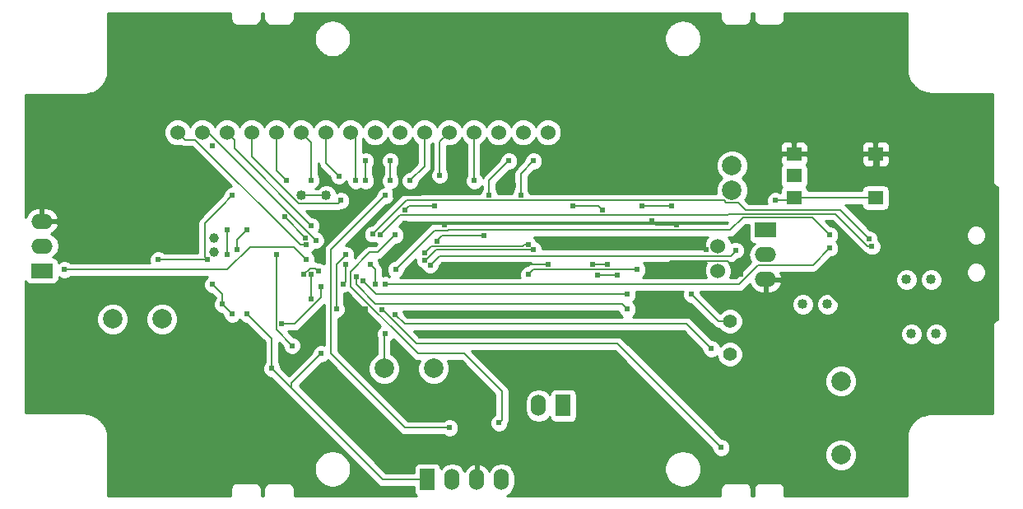
<source format=gbr>
%TF.GenerationSoftware,KiCad,Pcbnew,(2015-12-30 BZR 6409)-product*%
%TF.CreationDate,2016-01-04T10:30:51+01:00*%
%TF.ProjectId,gp8-clock,6770382D636C6F636B2E6B696361645F,rev?*%
%TF.FileFunction,Copper,L1,Top,Signal*%
%FSLAX46Y46*%
G04 Gerber Fmt 4.6, Leading zero omitted, Abs format (unit mm)*
G04 Created by KiCad (PCBNEW (2015-12-30 BZR 6409)-product) date pon, 4 sty 2016, 10:30:51*
%MOMM*%
G01*
G04 APERTURE LIST*
%ADD10C,0.100000*%
%ADD11C,1.524000*%
%ADD12R,2.199640X1.524000*%
%ADD13O,2.199640X1.524000*%
%ADD14C,1.000760*%
%ADD15C,1.998980*%
%ADD16C,1.016000*%
%ADD17R,1.524000X2.199640*%
%ADD18O,1.524000X2.199640*%
%ADD19C,1.400000*%
%ADD20C,2.000000*%
%ADD21R,1.600000X1.400000*%
%ADD22C,0.609600*%
%ADD23C,0.203200*%
%ADD24C,0.254000*%
G04 APERTURE END LIST*
D10*
D11*
X155904000Y-90011000D03*
X153364000Y-90011000D03*
X150824000Y-90011000D03*
X148284000Y-90011000D03*
X145744000Y-90011000D03*
X143204000Y-90011000D03*
X140664000Y-90011000D03*
X138124000Y-90011000D03*
X135584000Y-90011000D03*
X133044000Y-90011000D03*
X130504000Y-90011000D03*
X127964000Y-90011000D03*
X125424000Y-90011000D03*
X122884000Y-90011000D03*
X120344000Y-90011000D03*
X117804000Y-90011000D03*
X173414000Y-101711000D03*
X173414000Y-104251000D03*
D12*
X103854000Y-104251000D03*
D13*
X103854000Y-101711000D03*
X103854000Y-99171000D03*
D14*
X121539000Y-102349300D03*
X121539000Y-100850700D03*
D15*
X174854000Y-93441000D03*
X174854000Y-95981000D03*
D12*
X178308000Y-100076000D03*
D13*
X178308000Y-102616000D03*
X178308000Y-105156000D03*
D16*
X130556000Y-96520000D03*
X133096000Y-96520000D03*
D17*
X143510000Y-125730000D03*
D18*
X146050000Y-125730000D03*
X148590000Y-125730000D03*
X151130000Y-125730000D03*
D16*
X192786000Y-105156000D03*
X195326000Y-105156000D03*
X193294000Y-110744000D03*
X195834000Y-110744000D03*
X182118000Y-107696000D03*
X184658000Y-107696000D03*
D19*
X174625000Y-109425000D03*
X174625000Y-112825000D03*
D20*
X186055000Y-115580160D03*
X186055000Y-123179840D03*
D21*
X189620000Y-92238000D03*
X181220000Y-92238000D03*
X181220000Y-94488000D03*
X181220000Y-96738000D03*
X189620000Y-96738000D03*
D17*
X157480000Y-118110000D03*
D18*
X154940000Y-118110000D03*
D15*
X139065000Y-114300000D03*
X144145000Y-114300000D03*
X116205000Y-109220000D03*
X111125000Y-109220000D03*
D22*
X130556000Y-113284000D03*
X132080000Y-111252000D03*
X132080000Y-115316000D03*
X162052000Y-108712000D03*
X161036000Y-104698810D03*
X163068000Y-104698810D03*
X160528000Y-103581190D03*
X162052000Y-103581190D03*
X162052000Y-101600000D03*
X158496000Y-101092000D03*
X158496000Y-97586810D03*
X161544000Y-97993190D03*
X194564000Y-99568000D03*
X192532000Y-99060000D03*
X194564000Y-101600000D03*
X193548000Y-101600000D03*
X196596000Y-103632000D03*
X198120000Y-106172000D03*
X195072000Y-107696000D03*
X199136000Y-109728000D03*
X199136000Y-116840000D03*
X197612000Y-113284000D03*
X195072000Y-116840000D03*
X192024000Y-113792000D03*
X184404000Y-105664000D03*
X187452000Y-108204000D03*
X184912000Y-109728000D03*
X179832000Y-110744000D03*
X182880000Y-113792000D03*
X188976000Y-112776000D03*
X188976000Y-117856000D03*
X186436000Y-120396000D03*
X182880000Y-117348000D03*
X181356000Y-121412000D03*
X179832000Y-117856000D03*
X175260000Y-119380000D03*
X171704000Y-127000000D03*
X167132000Y-126492000D03*
X158496000Y-125476000D03*
X152908000Y-124460000D03*
X155956000Y-126492000D03*
X160528000Y-125476000D03*
X164084000Y-122428000D03*
X164084000Y-125984000D03*
X166624000Y-123444000D03*
X169164000Y-120904000D03*
X166624000Y-116840000D03*
X169164000Y-115316000D03*
X168656000Y-113284000D03*
X165608000Y-116332000D03*
X161036000Y-115824000D03*
X156972000Y-115316000D03*
X161544000Y-113284000D03*
X156972000Y-113284000D03*
X152908000Y-116840000D03*
X152908000Y-114300000D03*
X149860000Y-113284000D03*
X149352000Y-121412000D03*
X147828000Y-115824000D03*
X143256000Y-118364000D03*
X141224000Y-116332000D03*
X135128000Y-117348000D03*
X133096000Y-116332000D03*
X136144000Y-119380000D03*
X139192000Y-123444000D03*
X136652000Y-126492000D03*
X132080000Y-127000000D03*
X129032000Y-124968000D03*
X131064000Y-121920000D03*
X126492000Y-123444000D03*
X129032000Y-120396000D03*
X124968000Y-121920000D03*
X129032000Y-117856000D03*
X125476000Y-117856000D03*
X125476000Y-115316000D03*
X123444000Y-114808000D03*
X123444000Y-118364000D03*
X123444000Y-124460000D03*
X121412000Y-120904000D03*
X121412000Y-126492000D03*
X119888000Y-124460000D03*
X118872000Y-120904000D03*
X117348000Y-122936000D03*
X118364000Y-125984000D03*
X114808000Y-122936000D03*
X115824000Y-127000000D03*
X113792000Y-124968000D03*
X111252000Y-126492000D03*
X112776000Y-122428000D03*
X115316000Y-120396000D03*
X111760000Y-120396000D03*
X114300000Y-118364000D03*
X114300000Y-113792000D03*
X111252000Y-117348000D03*
X111252000Y-114808000D03*
X108712000Y-117856000D03*
X103632000Y-116332000D03*
X107696000Y-115824000D03*
X103124000Y-112776000D03*
X105664000Y-111252000D03*
X103632000Y-109728000D03*
X106172000Y-109728000D03*
X103124000Y-108204000D03*
X105156000Y-106680000D03*
X109220000Y-106172000D03*
X107696000Y-109220000D03*
X108204000Y-112268000D03*
X111760000Y-112268000D03*
X113792000Y-110236000D03*
X114300000Y-107188000D03*
X171704000Y-103632000D03*
X172212000Y-102108000D03*
X170688000Y-101092000D03*
X169672000Y-101600000D03*
X165608000Y-101092000D03*
X169164000Y-99517190D03*
X166624000Y-99110810D03*
X168656000Y-97586810D03*
X165608000Y-97586810D03*
X166624000Y-94488000D03*
X169672000Y-95504000D03*
X171196000Y-93472000D03*
X173736000Y-89916000D03*
X169672000Y-88900000D03*
X165608000Y-89916000D03*
X167132000Y-86868000D03*
X163576000Y-88900000D03*
X162052000Y-91948000D03*
X162052000Y-94996000D03*
X158496000Y-94996000D03*
X159004000Y-91948000D03*
X160020000Y-88392000D03*
X155956000Y-87376000D03*
X153416000Y-87376000D03*
X149352000Y-85344000D03*
X145796000Y-86868000D03*
X200152000Y-96012000D03*
X197104000Y-95504000D03*
X200152000Y-93472000D03*
X198120000Y-92456000D03*
X200660000Y-89408000D03*
X196088000Y-89916000D03*
X197104000Y-87376000D03*
X192024000Y-88392000D03*
X193548000Y-86360000D03*
X189484000Y-86360000D03*
X189484000Y-80772000D03*
X185420000Y-85852000D03*
X184912000Y-80264000D03*
X182372000Y-85852000D03*
X181864000Y-80772000D03*
X177800000Y-85344000D03*
X178308000Y-80772000D03*
X175260000Y-87376000D03*
X174752000Y-83820000D03*
X173228000Y-80772000D03*
X172720000Y-83312000D03*
X169672000Y-84328000D03*
X171704000Y-87884000D03*
X166624000Y-81788000D03*
X165100000Y-83820000D03*
X164084000Y-79756000D03*
X162560000Y-85852000D03*
X161036000Y-80264000D03*
X158496000Y-84836000D03*
X157988000Y-80264000D03*
X153416000Y-83820000D03*
X153416000Y-79248000D03*
X149860000Y-82804000D03*
X148844000Y-78232000D03*
X146304000Y-83312000D03*
X143764000Y-79248000D03*
X142240000Y-85852000D03*
X141224000Y-82804000D03*
X137668000Y-85852000D03*
X138684000Y-78740000D03*
X136652000Y-82804000D03*
X135128000Y-84836000D03*
X133604000Y-87376000D03*
X131572000Y-87376000D03*
X132588000Y-83312000D03*
X131064000Y-84836000D03*
X128524000Y-80264000D03*
X128524000Y-87376000D03*
X125476000Y-87376000D03*
X125984000Y-84836000D03*
X124460000Y-79756000D03*
X121412000Y-81280000D03*
X119380000Y-78740000D03*
X116332000Y-81280000D03*
X114300000Y-78740000D03*
X112268000Y-81280000D03*
X121412000Y-91440000D03*
X121920000Y-87884000D03*
X119380000Y-88392000D03*
X118872000Y-92456000D03*
X118872000Y-97536000D03*
X115824000Y-97028000D03*
X112776000Y-93472000D03*
X110744000Y-90424000D03*
X107696000Y-87884000D03*
X105156000Y-89916000D03*
X108204000Y-93980000D03*
X110744000Y-96012000D03*
X108712000Y-99568000D03*
X104648000Y-94996000D03*
X185420000Y-104648000D03*
X175768000Y-104648000D03*
X167640000Y-104140000D03*
X153416000Y-108712000D03*
X156464000Y-108712000D03*
X155956000Y-103581190D03*
X148336000Y-104140000D03*
X128862754Y-98721246D03*
X130983754Y-100842236D03*
X112776000Y-98044000D03*
X116332000Y-99568000D03*
X116332000Y-106172000D03*
X118872000Y-108204000D03*
X155448000Y-95504000D03*
X154432000Y-95504000D03*
X152400000Y-95504000D03*
X150876000Y-95504000D03*
X140208000Y-96520000D03*
X143764000Y-95580842D03*
X145300006Y-99521084D03*
X141224000Y-99385028D03*
X137160000Y-108204000D03*
X138176000Y-110744000D03*
X198628000Y-105156000D03*
X198120000Y-98044000D03*
X179832000Y-92456000D03*
X189992000Y-93980000D03*
X115824000Y-103124000D03*
X123444000Y-96520000D03*
X120904000Y-103124000D03*
X121412000Y-105664000D03*
X122428000Y-107696000D03*
X123444000Y-108712000D03*
X124968000Y-108712000D03*
X144272000Y-97586810D03*
X141224000Y-97993190D03*
X132588000Y-112776000D03*
X127508000Y-114300000D03*
X165100000Y-104140000D03*
X153924000Y-104648000D03*
X170688000Y-106680000D03*
X139192000Y-110744000D03*
X175260000Y-102158820D03*
X143800464Y-103663866D03*
X179324000Y-97028000D03*
X122936000Y-100076000D03*
X122936000Y-102616000D03*
X124968000Y-100076000D03*
X123952000Y-102108000D03*
X131064000Y-101600000D03*
X132051892Y-101120108D03*
X136194820Y-104896111D03*
X164084000Y-108204000D03*
X131571313Y-99618820D03*
X134620000Y-97028000D03*
X129032000Y-94996000D03*
X131572000Y-94945180D03*
X134410062Y-94523319D03*
X135584000Y-90011000D03*
X136144000Y-94996000D03*
X137160000Y-92964000D03*
X137160000Y-94996000D03*
X139700000Y-92964000D03*
X139700000Y-94996000D03*
X141732000Y-94996000D03*
X144780000Y-94437180D03*
X148336000Y-94996000D03*
X149860000Y-96469180D03*
X144463955Y-101182335D03*
X149352000Y-100634810D03*
X151892000Y-92964000D03*
X153126438Y-96469180D03*
X143261339Y-102407751D03*
X153893183Y-101549190D03*
X154432000Y-92964000D03*
X143221258Y-103168708D03*
X154432000Y-102108000D03*
X136857277Y-105272692D03*
X164084000Y-106680000D03*
X188968852Y-100985227D03*
X137876614Y-100490239D03*
X189247293Y-101748859D03*
X138684007Y-100584007D03*
X140208000Y-108762810D03*
X172720000Y-112268000D03*
X131064000Y-103124000D03*
X106172000Y-104140000D03*
X128524000Y-109728000D03*
X132597597Y-105901119D03*
X132311765Y-104283217D03*
X130811231Y-104604480D03*
X131572000Y-104648000D03*
X131572000Y-107188000D03*
X134859196Y-105651053D03*
X135128000Y-103632000D03*
X135128000Y-102616000D03*
X134162810Y-108204000D03*
X128016000Y-102616000D03*
X129587352Y-111940639D03*
X137668000Y-103632000D03*
X138176000Y-105664000D03*
X184912000Y-100584000D03*
X140238824Y-104109176D03*
X139192000Y-105664000D03*
X184920838Y-101919549D03*
X138831351Y-108236380D03*
X173736000Y-122428000D03*
X139192000Y-96520000D03*
X145796000Y-120396000D03*
X140208000Y-100584000D03*
X150876000Y-119888000D03*
D23*
X132080000Y-111760000D02*
X130860799Y-112979201D01*
X132080000Y-111252000D02*
X132080000Y-111760000D01*
X130860799Y-112979201D02*
X130556000Y-113284000D01*
X133096000Y-116332000D02*
X132080000Y-115316000D01*
X162052000Y-108712000D02*
X156464000Y-108712000D01*
X163068000Y-104698810D02*
X161036000Y-104698810D01*
X162052000Y-103581190D02*
X160528000Y-103581190D01*
X158496000Y-101092000D02*
X161544000Y-101092000D01*
X161544000Y-101092000D02*
X162052000Y-101600000D01*
X161544000Y-97993190D02*
X161137620Y-97586810D01*
X161137620Y-97586810D02*
X158496000Y-97586810D01*
X194564000Y-99568000D02*
X196596000Y-99568000D01*
X196596000Y-99568000D02*
X198120000Y-98044000D01*
X194564000Y-101600000D02*
X194564000Y-101092000D01*
X194564000Y-101092000D02*
X192532000Y-99060000D01*
X196596000Y-103632000D02*
X194564000Y-101600000D01*
X195072000Y-107696000D02*
X196596000Y-106172000D01*
X196596000Y-106172000D02*
X198120000Y-106172000D01*
X199136000Y-116840000D02*
X199136000Y-109728000D01*
X195072000Y-116840000D02*
X195072000Y-115824000D01*
X195072000Y-115824000D02*
X197612000Y-113284000D01*
X184404000Y-105664000D02*
X184404000Y-106172000D01*
X184404000Y-106172000D02*
X192024000Y-113792000D01*
X184912000Y-109728000D02*
X186436000Y-108204000D01*
X186436000Y-108204000D02*
X187452000Y-108204000D01*
X182880000Y-113792000D02*
X179832000Y-110744000D01*
X188976000Y-117856000D02*
X188976000Y-112776000D01*
X182880000Y-117348000D02*
X185928000Y-120396000D01*
X185928000Y-120396000D02*
X186436000Y-120396000D01*
X179832000Y-117856000D02*
X179832000Y-119888000D01*
X179832000Y-119888000D02*
X181356000Y-121412000D01*
X171704000Y-127000000D02*
X175260000Y-123444000D01*
X175260000Y-123444000D02*
X175260000Y-119380000D01*
X158496000Y-125476000D02*
X166116000Y-125476000D01*
X166116000Y-125476000D02*
X167132000Y-126492000D01*
X155956000Y-126492000D02*
X154940000Y-126492000D01*
X154940000Y-126492000D02*
X152908000Y-124460000D01*
X164084000Y-122428000D02*
X163576000Y-122428000D01*
X163576000Y-122428000D02*
X160528000Y-125476000D01*
X166624000Y-123444000D02*
X164084000Y-125984000D01*
X166624000Y-116840000D02*
X169164000Y-119380000D01*
X169164000Y-119380000D02*
X169164000Y-120904000D01*
X168656000Y-113284000D02*
X169164000Y-113792000D01*
X169164000Y-113792000D02*
X169164000Y-115316000D01*
X161036000Y-115824000D02*
X165100000Y-115824000D01*
X165100000Y-115824000D02*
X165608000Y-116332000D01*
X161544000Y-113284000D02*
X159004000Y-113284000D01*
X159004000Y-113284000D02*
X156972000Y-115316000D01*
X152908000Y-116840000D02*
X153416000Y-116840000D01*
X153416000Y-116840000D02*
X156972000Y-113284000D01*
X149860000Y-113284000D02*
X151892000Y-113284000D01*
X151892000Y-113284000D02*
X152908000Y-114300000D01*
X147828000Y-115824000D02*
X147828000Y-119888000D01*
X147828000Y-119888000D02*
X149352000Y-121412000D01*
X141224000Y-116332000D02*
X143256000Y-118364000D01*
X133096000Y-116332000D02*
X134112000Y-116332000D01*
X134112000Y-116332000D02*
X135128000Y-117348000D01*
X139192000Y-123444000D02*
X139192000Y-122428000D01*
X139192000Y-122428000D02*
X136144000Y-119380000D01*
X132080000Y-127000000D02*
X136144000Y-127000000D01*
X136144000Y-127000000D02*
X136652000Y-126492000D01*
X131064000Y-121920000D02*
X131064000Y-122936000D01*
X131064000Y-122936000D02*
X129032000Y-124968000D01*
X129032000Y-120396000D02*
X129032000Y-120904000D01*
X129032000Y-120904000D02*
X126492000Y-123444000D01*
X129032000Y-117856000D02*
X124968000Y-121920000D01*
X125476000Y-115316000D02*
X125476000Y-117856000D01*
X123444000Y-118364000D02*
X123444000Y-114808000D01*
X121412000Y-120904000D02*
X121412000Y-122428000D01*
X121412000Y-122428000D02*
X123444000Y-124460000D01*
X119888000Y-124460000D02*
X121412000Y-125984000D01*
X121412000Y-125984000D02*
X121412000Y-126492000D01*
X117348000Y-122936000D02*
X118872000Y-121412000D01*
X118872000Y-121412000D02*
X118872000Y-120904000D01*
X114808000Y-122936000D02*
X115316000Y-122936000D01*
X115316000Y-122936000D02*
X118364000Y-125984000D01*
X113792000Y-124968000D02*
X115824000Y-127000000D01*
X112776000Y-122428000D02*
X112776000Y-124968000D01*
X112776000Y-124968000D02*
X111252000Y-126492000D01*
X111760000Y-120396000D02*
X115316000Y-120396000D01*
X114300000Y-113792000D02*
X114300000Y-118364000D01*
X111252000Y-114808000D02*
X111252000Y-117348000D01*
X103632000Y-116332000D02*
X107188000Y-116332000D01*
X107188000Y-116332000D02*
X108712000Y-117856000D01*
X103124000Y-112776000D02*
X104648000Y-112776000D01*
X104648000Y-112776000D02*
X107696000Y-115824000D01*
X103632000Y-109728000D02*
X104140000Y-109728000D01*
X104140000Y-109728000D02*
X105664000Y-111252000D01*
X103124000Y-108204000D02*
X104648000Y-108204000D01*
X104648000Y-108204000D02*
X106172000Y-109728000D01*
X109220000Y-106172000D02*
X108712000Y-106680000D01*
X108712000Y-106680000D02*
X105156000Y-106680000D01*
X108204000Y-112268000D02*
X108204000Y-109728000D01*
X108204000Y-109728000D02*
X107696000Y-109220000D01*
X113792000Y-110236000D02*
X111760000Y-112268000D01*
X116332000Y-106172000D02*
X115316000Y-106172000D01*
X115316000Y-106172000D02*
X114300000Y-107188000D01*
X171704000Y-103632000D02*
X172101001Y-103234999D01*
X172101001Y-103234999D02*
X174354999Y-103234999D01*
X170688000Y-101092000D02*
X171196000Y-101092000D01*
X171196000Y-101092000D02*
X172212000Y-102108000D01*
X165608000Y-101092000D02*
X166116000Y-101600000D01*
X166116000Y-101600000D02*
X169672000Y-101600000D01*
X166624000Y-99110810D02*
X167030380Y-99517190D01*
X167030380Y-99517190D02*
X169164000Y-99517190D01*
X165608000Y-97586810D02*
X168656000Y-97586810D01*
X169672000Y-95504000D02*
X167640000Y-95504000D01*
X167640000Y-95504000D02*
X166624000Y-94488000D01*
X173736000Y-89916000D02*
X171196000Y-92456000D01*
X171196000Y-92456000D02*
X171196000Y-93472000D01*
X165608000Y-89916000D02*
X166624000Y-88900000D01*
X166624000Y-88900000D02*
X169672000Y-88900000D01*
X163576000Y-88900000D02*
X165608000Y-86868000D01*
X165608000Y-86868000D02*
X167132000Y-86868000D01*
X162052000Y-94996000D02*
X162052000Y-91948000D01*
X159004000Y-91948000D02*
X159004000Y-94488000D01*
X159004000Y-94488000D02*
X158496000Y-94996000D01*
X155956000Y-87376000D02*
X159004000Y-87376000D01*
X159004000Y-87376000D02*
X160020000Y-88392000D01*
X149352000Y-85344000D02*
X151384000Y-85344000D01*
X151384000Y-85344000D02*
X153416000Y-87376000D01*
X146304000Y-83312000D02*
X146304000Y-86360000D01*
X146304000Y-86360000D02*
X145796000Y-86868000D01*
X200152000Y-96012000D02*
X198120000Y-98044000D01*
X200152000Y-93472000D02*
X199136000Y-93472000D01*
X199136000Y-93472000D02*
X197104000Y-95504000D01*
X200660000Y-89408000D02*
X200660000Y-89916000D01*
X200660000Y-89916000D02*
X198120000Y-92456000D01*
X197104000Y-87376000D02*
X197104000Y-88900000D01*
X197104000Y-88900000D02*
X196088000Y-89916000D01*
X193548000Y-86360000D02*
X193548000Y-86868000D01*
X193548000Y-86868000D02*
X192024000Y-88392000D01*
X189484000Y-80772000D02*
X189484000Y-86360000D01*
X185420000Y-80772000D02*
X185420000Y-85852000D01*
X184912000Y-80264000D02*
X185420000Y-80772000D01*
X181864000Y-80772000D02*
X182372000Y-81280000D01*
X182372000Y-81280000D02*
X182372000Y-85852000D01*
X178308000Y-80772000D02*
X177800000Y-81280000D01*
X177800000Y-81280000D02*
X177800000Y-85344000D01*
X174752000Y-83820000D02*
X175260000Y-84328000D01*
X175260000Y-84328000D02*
X175260000Y-87376000D01*
X172720000Y-83312000D02*
X172720000Y-81280000D01*
X172720000Y-81280000D02*
X173228000Y-80772000D01*
X168148000Y-84328000D02*
X169672000Y-84328000D01*
X171704000Y-87884000D02*
X168148000Y-84328000D01*
X165100000Y-83820000D02*
X165100000Y-83312000D01*
X165100000Y-83312000D02*
X166624000Y-81788000D01*
X162560000Y-85852000D02*
X162560000Y-81280000D01*
X162560000Y-81280000D02*
X164084000Y-79756000D01*
X158496000Y-84836000D02*
X158496000Y-82804000D01*
X158496000Y-82804000D02*
X161036000Y-80264000D01*
X153416000Y-83820000D02*
X154432000Y-83820000D01*
X154432000Y-83820000D02*
X157988000Y-80264000D01*
X149860000Y-82804000D02*
X153416000Y-79248000D01*
X146304000Y-83312000D02*
X146304000Y-80772000D01*
X146304000Y-80772000D02*
X148844000Y-78232000D01*
X142240000Y-85852000D02*
X142240000Y-80772000D01*
X142240000Y-80772000D02*
X143764000Y-79248000D01*
X137668000Y-85852000D02*
X138176000Y-85852000D01*
X138176000Y-85852000D02*
X141224000Y-82804000D01*
X136652000Y-82804000D02*
X136652000Y-80772000D01*
X136652000Y-80772000D02*
X138684000Y-78740000D01*
X133604000Y-87376000D02*
X133604000Y-86360000D01*
X133604000Y-86360000D02*
X135128000Y-84836000D01*
X132588000Y-83312000D02*
X131572000Y-84328000D01*
X131572000Y-84328000D02*
X131572000Y-87376000D01*
X128524000Y-80264000D02*
X128524000Y-82296000D01*
X128524000Y-82296000D02*
X131064000Y-84836000D01*
X125476000Y-87376000D02*
X128524000Y-87376000D01*
X124460000Y-79756000D02*
X125984000Y-81280000D01*
X125984000Y-81280000D02*
X125984000Y-84836000D01*
X119380000Y-78740000D02*
X119380000Y-79248000D01*
X119380000Y-79248000D02*
X121412000Y-81280000D01*
X114300000Y-78740000D02*
X114300000Y-79248000D01*
X114300000Y-79248000D02*
X116332000Y-81280000D01*
X121920000Y-87884000D02*
X118872000Y-87884000D01*
X118872000Y-87884000D02*
X112268000Y-81280000D01*
X119380000Y-88392000D02*
X119888000Y-87884000D01*
X119888000Y-87884000D02*
X121920000Y-87884000D01*
X118872000Y-97536000D02*
X118872000Y-92456000D01*
X112776000Y-93472000D02*
X115824000Y-96520000D01*
X115824000Y-96520000D02*
X115824000Y-97028000D01*
X107696000Y-87884000D02*
X110236000Y-90424000D01*
X110236000Y-90424000D02*
X110744000Y-90424000D01*
X108204000Y-93980000D02*
X105156000Y-90932000D01*
X105156000Y-90932000D02*
X105156000Y-89916000D01*
X108712000Y-99568000D02*
X108712000Y-98044000D01*
X108712000Y-98044000D02*
X110744000Y-96012000D01*
X103854000Y-99171000D02*
X103854000Y-95790000D01*
X103854000Y-95790000D02*
X104648000Y-94996000D01*
X178308000Y-105156000D02*
X184912000Y-105156000D01*
X184912000Y-105156000D02*
X185420000Y-104648000D01*
X174752000Y-103632000D02*
X175768000Y-104648000D01*
X167640000Y-104140000D02*
X168545001Y-103234999D01*
X168545001Y-103234999D02*
X174354999Y-103234999D01*
X174354999Y-103234999D02*
X174752000Y-103632000D01*
X156464000Y-108712000D02*
X153416000Y-108712000D01*
X148336000Y-104140000D02*
X148894810Y-103581190D01*
X148894810Y-103581190D02*
X155956000Y-103581190D01*
X130983754Y-100842236D02*
X128862764Y-98721246D01*
X128862764Y-98721246D02*
X128862754Y-98721246D01*
X116332000Y-99568000D02*
X114808000Y-98044000D01*
X114808000Y-98044000D02*
X112776000Y-98044000D01*
X118872000Y-108204000D02*
X116840000Y-106172000D01*
X116840000Y-106172000D02*
X116332000Y-106172000D01*
X154432000Y-95504000D02*
X155448000Y-95504000D01*
X150876000Y-95504000D02*
X152400000Y-95504000D01*
X143764000Y-95580842D02*
X142824842Y-96520000D01*
X142824842Y-96520000D02*
X140208000Y-96520000D01*
X141224000Y-99385028D02*
X145163950Y-99385028D01*
X145163950Y-99385028D02*
X145300006Y-99521084D01*
X138176000Y-110744000D02*
X137160000Y-109728000D01*
X137160000Y-109728000D02*
X137160000Y-108204000D01*
X198120000Y-98044000D02*
X198120000Y-104648000D01*
X198120000Y-104648000D02*
X198628000Y-105156000D01*
X179832000Y-92456000D02*
X181002000Y-92456000D01*
X181002000Y-92456000D02*
X181220000Y-92238000D01*
X189620000Y-92238000D02*
X181220000Y-92238000D01*
X189992000Y-93980000D02*
X189992000Y-92610000D01*
X189992000Y-92610000D02*
X189620000Y-92238000D01*
X115824000Y-103124000D02*
X120904000Y-103124000D01*
X120904000Y-103124000D02*
X120599201Y-102819201D01*
X120599201Y-102819201D02*
X120599201Y-99364799D01*
X120599201Y-99364799D02*
X122293381Y-97670619D01*
X122293381Y-97670619D02*
X123444000Y-96520000D01*
X122428000Y-107696000D02*
X122428000Y-106680000D01*
X122428000Y-106680000D02*
X121412000Y-105664000D01*
X123444000Y-108712000D02*
X122428000Y-107696000D01*
X127508000Y-114300000D02*
X127508000Y-111252000D01*
X127508000Y-111252000D02*
X124968000Y-108712000D01*
X141224000Y-97993190D02*
X141630380Y-97586810D01*
X141630380Y-97586810D02*
X144272000Y-97586810D01*
X138938000Y-125730000D02*
X129540000Y-116332000D01*
X129540000Y-116332000D02*
X127508000Y-114300000D01*
X132588000Y-112776000D02*
X129540000Y-115824000D01*
X129540000Y-115824000D02*
X129540000Y-116332000D01*
X143510000Y-125730000D02*
X138938000Y-125730000D01*
X153924000Y-104648000D02*
X154432000Y-104140000D01*
X154432000Y-104140000D02*
X165100000Y-104140000D01*
X170688000Y-106680000D02*
X173433000Y-109425000D01*
X173433000Y-109425000D02*
X174625000Y-109425000D01*
X139065000Y-114300000D02*
X139065000Y-110871000D01*
X139065000Y-110871000D02*
X139192000Y-110744000D01*
X144737329Y-102727001D02*
X174691819Y-102727001D01*
X174691819Y-102727001D02*
X174955201Y-102463619D01*
X174955201Y-102463619D02*
X175260000Y-102158820D01*
X143800464Y-103663866D02*
X144737329Y-102727001D01*
X189620000Y-96738000D02*
X188616800Y-96738000D01*
X188616800Y-96738000D02*
X181220000Y-96738000D01*
X179324000Y-97028000D02*
X180930000Y-97028000D01*
X180930000Y-97028000D02*
X181220000Y-96738000D01*
X122936000Y-102616000D02*
X122936000Y-100076000D01*
X123952000Y-102108000D02*
X123952000Y-101092000D01*
X123952000Y-101092000D02*
X124968000Y-100076000D01*
X131064000Y-101600000D02*
X130429318Y-101600000D01*
X130429318Y-101600000D02*
X119602317Y-90772999D01*
X119602317Y-90772999D02*
X118565999Y-90772999D01*
X118565999Y-90772999D02*
X117804000Y-90011000D01*
X132051892Y-101120108D02*
X120942784Y-90011000D01*
X120942784Y-90011000D02*
X120344000Y-90011000D01*
X163525187Y-107645187D02*
X138176007Y-107645187D01*
X164084000Y-108204000D02*
X163525187Y-107645187D01*
X138176007Y-107645187D02*
X136194820Y-105664000D01*
X136194820Y-105664000D02*
X136194820Y-105327163D01*
X136194820Y-105327163D02*
X136194820Y-104896111D01*
X123645999Y-91693506D02*
X131571313Y-99618820D01*
X122884000Y-90011000D02*
X123645999Y-90772999D01*
X123645999Y-90772999D02*
X123645999Y-91693506D01*
X134620000Y-97028000D02*
X134315201Y-97332799D01*
X134315201Y-97332799D02*
X130241037Y-97332799D01*
X130241037Y-97332799D02*
X125424000Y-92515762D01*
X125424000Y-92515762D02*
X125424000Y-91088630D01*
X125424000Y-91088630D02*
X125424000Y-90011000D01*
X129032000Y-94996000D02*
X127964000Y-93928000D01*
X127964000Y-93928000D02*
X127964000Y-90011000D01*
X131572000Y-94514128D02*
X131572000Y-94945180D01*
X130504000Y-90011000D02*
X131572000Y-91079000D01*
X131572000Y-91079000D02*
X131572000Y-94514128D01*
X134105263Y-94218520D02*
X134410062Y-94523319D01*
X133044000Y-90011000D02*
X133044000Y-93157257D01*
X133044000Y-93157257D02*
X134105263Y-94218520D01*
X136144000Y-94996000D02*
X136144000Y-90571000D01*
X136144000Y-90571000D02*
X135584000Y-90011000D01*
X137160000Y-94996000D02*
X137160000Y-92964000D01*
X139700000Y-94996000D02*
X139700000Y-92964000D01*
X141732000Y-94996000D02*
X143204000Y-93524000D01*
X143204000Y-93524000D02*
X143204000Y-90011000D01*
X145744000Y-90011000D02*
X144780000Y-90975000D01*
X144780000Y-90975000D02*
X144780000Y-94006128D01*
X144780000Y-94006128D02*
X144780000Y-94437180D01*
X148284000Y-94944000D02*
X148336000Y-94996000D01*
X148284000Y-90011000D02*
X148284000Y-94944000D01*
X149860000Y-96038128D02*
X149860000Y-96469180D01*
X151892000Y-92964000D02*
X149860000Y-94996000D01*
X149860000Y-94996000D02*
X149860000Y-96038128D01*
X145011480Y-100634810D02*
X144768754Y-100877536D01*
X149352000Y-100634810D02*
X145011480Y-100634810D01*
X144768754Y-100877536D02*
X144463955Y-101182335D01*
X153126438Y-96038128D02*
X153126438Y-96469180D01*
X154432000Y-92964000D02*
X153126438Y-94269562D01*
X153126438Y-94269562D02*
X153126438Y-96038128D01*
X153893183Y-101549190D02*
X153462131Y-101549190D01*
X143927953Y-101741137D02*
X143566138Y-102102952D01*
X153270184Y-101741137D02*
X143927953Y-101741137D01*
X143566138Y-102102952D02*
X143261339Y-102407751D01*
X153462131Y-101549190D02*
X153270184Y-101741137D01*
X143327410Y-103168708D02*
X143221258Y-103168708D01*
X154432000Y-102108000D02*
X144388118Y-102108000D01*
X144388118Y-102108000D02*
X143327410Y-103168708D01*
X137162076Y-105577491D02*
X136857277Y-105272692D01*
X164084000Y-106680000D02*
X138264585Y-106680000D01*
X138264585Y-106680000D02*
X137162076Y-105577491D01*
X137876614Y-100490239D02*
X141338853Y-97028000D01*
X188664053Y-100680428D02*
X188968852Y-100985227D01*
X141338853Y-97028000D02*
X174045832Y-97028000D01*
X174045832Y-97028000D02*
X174252323Y-97234491D01*
X174252323Y-97234491D02*
X175455677Y-97234491D01*
X175455677Y-97234491D02*
X176265186Y-98044000D01*
X176265186Y-98044000D02*
X186027625Y-98044000D01*
X186027625Y-98044000D02*
X188664053Y-100680428D01*
X174531347Y-98399611D02*
X185466993Y-98399611D01*
X188816241Y-101748859D02*
X189247293Y-101748859D01*
X138684007Y-100584007D02*
X140716014Y-98552000D01*
X140716014Y-98552000D02*
X174378958Y-98552000D01*
X174378958Y-98552000D02*
X174531347Y-98399611D01*
X185466993Y-98399611D02*
X188816241Y-101748859D01*
X138684000Y-100584014D02*
X138684007Y-100584007D01*
X172720000Y-112268000D02*
X170180000Y-109728000D01*
X170180000Y-109728000D02*
X141173190Y-109728000D01*
X141173190Y-109728000D02*
X140208000Y-108762810D01*
X130759201Y-102819201D02*
X131064000Y-103124000D01*
X129743201Y-101803201D02*
X130759201Y-102819201D01*
X125272799Y-101803201D02*
X129743201Y-101803201D01*
X122936000Y-104140000D02*
X125272799Y-101803201D01*
X106172000Y-104140000D02*
X122936000Y-104140000D01*
X132597597Y-105901119D02*
X132597597Y-106989429D01*
X132597597Y-106989429D02*
X129859026Y-109728000D01*
X129859026Y-109728000D02*
X128524000Y-109728000D01*
X132006966Y-103978418D02*
X132311765Y-104283217D01*
X131437293Y-103978418D02*
X132006966Y-103978418D01*
X130811231Y-104604480D02*
X131437293Y-103978418D01*
X131572000Y-107188000D02*
X131572000Y-104648000D01*
X135128000Y-103632000D02*
X135128000Y-105382249D01*
X135128000Y-105382249D02*
X134859196Y-105651053D01*
X134823201Y-102920799D02*
X135128000Y-102616000D01*
X134162810Y-103581190D02*
X134823201Y-102920799D01*
X134162810Y-108204000D02*
X134162810Y-103581190D01*
X129587352Y-111940639D02*
X127965199Y-110318486D01*
X127965199Y-110318486D02*
X127965199Y-102666801D01*
X127965199Y-102666801D02*
X128016000Y-102616000D01*
X133096000Y-96520000D02*
X130556000Y-96520000D01*
X138176000Y-105664000D02*
X138176000Y-104140000D01*
X138176000Y-104140000D02*
X137668000Y-103632000D01*
X184607201Y-100279201D02*
X184912000Y-100584000D01*
X183083222Y-98755222D02*
X184607201Y-100279201D01*
X175970590Y-98755222D02*
X183083222Y-98755222D01*
X174649812Y-100076000D02*
X175970590Y-98755222D01*
X145572116Y-100076000D02*
X174649812Y-100076000D01*
X140238824Y-104109176D02*
X144268115Y-100079885D01*
X144268115Y-100079885D02*
X145568231Y-100079885D01*
X145568231Y-100079885D02*
X145572116Y-100076000D01*
X139623052Y-105664000D02*
X139192000Y-105664000D01*
X184920838Y-101919549D02*
X183157577Y-103682810D01*
X177528293Y-103682810D02*
X175547103Y-105664000D01*
X183157577Y-103682810D02*
X177528293Y-103682810D01*
X175547103Y-105664000D02*
X139623052Y-105664000D01*
X139136150Y-108541179D02*
X138831351Y-108236380D01*
X163068000Y-111760000D02*
X142354971Y-111760000D01*
X142354971Y-111760000D02*
X139136150Y-108541179D01*
X173736000Y-122428000D02*
X163068000Y-111760000D01*
X145796000Y-120396000D02*
X141224000Y-120396000D01*
X141224000Y-120396000D02*
X133604000Y-112776000D01*
X133604000Y-112776000D02*
X133604000Y-102108000D01*
X133604000Y-102108000D02*
X139192000Y-96520000D01*
X150876000Y-119888000D02*
X151180799Y-119583201D01*
X135636000Y-105868055D02*
X135636000Y-104328974D01*
X151180799Y-119583201D02*
X151180799Y-116636799D01*
X151180799Y-116636799D02*
X147320000Y-112776000D01*
X147320000Y-112776000D02*
X142543945Y-112776000D01*
X142543945Y-112776000D02*
X135636000Y-105868055D01*
X135636000Y-104328974D02*
X137600428Y-102364546D01*
X137600428Y-102364546D02*
X138427454Y-102364546D01*
X138427454Y-102364546D02*
X140208000Y-100584000D01*
D24*
G36*
X123252064Y-78319017D02*
X123304207Y-78581155D01*
X123452696Y-78803385D01*
X123674926Y-78951874D01*
X123937064Y-79004017D01*
X125757177Y-79004017D01*
X126019315Y-78951874D01*
X126241545Y-78803385D01*
X126390034Y-78581155D01*
X126442177Y-78319017D01*
X126442177Y-77786934D01*
X126653615Y-77786934D01*
X126653615Y-78319017D01*
X126705758Y-78581155D01*
X126854247Y-78803385D01*
X127076477Y-78951874D01*
X127338615Y-79004017D01*
X129159279Y-79004017D01*
X129421417Y-78951874D01*
X129643647Y-78803385D01*
X129792136Y-78581155D01*
X129844279Y-78319017D01*
X129844279Y-77786934D01*
X173657946Y-77786934D01*
X173657946Y-78319017D01*
X173710089Y-78581155D01*
X173858578Y-78803385D01*
X174080808Y-78951874D01*
X174342946Y-79004017D01*
X176163059Y-79004017D01*
X176425197Y-78951874D01*
X176647427Y-78803385D01*
X176795916Y-78581155D01*
X176848059Y-78319017D01*
X176848059Y-77786934D01*
X177059495Y-77786934D01*
X177059495Y-78319017D01*
X177111638Y-78581155D01*
X177260127Y-78803385D01*
X177482357Y-78951874D01*
X177744495Y-79004017D01*
X179565161Y-79004017D01*
X179827299Y-78951874D01*
X180049529Y-78803385D01*
X180198018Y-78581155D01*
X180250161Y-78319017D01*
X180250161Y-77786934D01*
X192838584Y-77786934D01*
X192838584Y-83658088D01*
X192846107Y-83695906D01*
X192842840Y-83734324D01*
X192881606Y-84080481D01*
X192904593Y-84152769D01*
X192914899Y-84227924D01*
X193026143Y-84549926D01*
X193062795Y-84612625D01*
X193087551Y-84680900D01*
X193263691Y-84971960D01*
X193310126Y-85022758D01*
X193345995Y-85081497D01*
X193579448Y-85334842D01*
X193632446Y-85373474D01*
X193676616Y-85421946D01*
X193959804Y-85630794D01*
X194017205Y-85657754D01*
X194067788Y-85695999D01*
X194393125Y-85853569D01*
X194453459Y-85869276D01*
X194509159Y-85897298D01*
X194869064Y-85996812D01*
X194930936Y-86001362D01*
X194990460Y-86018850D01*
X195377350Y-86053529D01*
X195408136Y-86050224D01*
X195438507Y-86056265D01*
X201615000Y-86056265D01*
X201615000Y-95000000D01*
X201667143Y-95262138D01*
X201815632Y-95484368D01*
X202037862Y-95632857D01*
X202184000Y-95661926D01*
X202184000Y-109238074D01*
X202037862Y-109267143D01*
X201815632Y-109415632D01*
X201667143Y-109637862D01*
X201615000Y-109900000D01*
X201615000Y-118905709D01*
X195438507Y-118905709D01*
X195408119Y-118911754D01*
X195377312Y-118908448D01*
X194990422Y-118943150D01*
X194930865Y-118960651D01*
X194868956Y-118965214D01*
X194509052Y-119064791D01*
X194453342Y-119092829D01*
X194392987Y-119108556D01*
X194067650Y-119266216D01*
X194017069Y-119304477D01*
X193959677Y-119331449D01*
X193676488Y-119540398D01*
X193632334Y-119588874D01*
X193579355Y-119627509D01*
X193345901Y-119880956D01*
X193310054Y-119939686D01*
X193263642Y-119990473D01*
X193087502Y-120281624D01*
X193062764Y-120349876D01*
X193026130Y-120412553D01*
X192914887Y-120734613D01*
X192904587Y-120809749D01*
X192881605Y-120882025D01*
X192842839Y-121228208D01*
X192846106Y-121266624D01*
X192838584Y-121304439D01*
X192838584Y-127365210D01*
X180250161Y-127365210D01*
X180250161Y-126688158D01*
X180198018Y-126426020D01*
X180049529Y-126203790D01*
X179827299Y-126055301D01*
X179565161Y-126003158D01*
X177744495Y-126003158D01*
X177482357Y-126055301D01*
X177260127Y-126203790D01*
X177111638Y-126426020D01*
X177059495Y-126688158D01*
X177059495Y-127365210D01*
X176848059Y-127365210D01*
X176848059Y-126688158D01*
X176795916Y-126426020D01*
X176647427Y-126203790D01*
X176425197Y-126055301D01*
X176163059Y-126003158D01*
X174342946Y-126003158D01*
X174080808Y-126055301D01*
X173858578Y-126203790D01*
X173710089Y-126426020D01*
X173657946Y-126688158D01*
X173657946Y-127365210D01*
X151705402Y-127365210D01*
X152117828Y-127089635D01*
X152420660Y-126636416D01*
X152527000Y-126101807D01*
X152527000Y-125358193D01*
X152420660Y-124823584D01*
X152243128Y-124557889D01*
X167889781Y-124557889D01*
X167896389Y-124626561D01*
X167889781Y-124695233D01*
X167914475Y-124940315D01*
X167934623Y-125006200D01*
X167941819Y-125074722D01*
X168012679Y-125302992D01*
X168044859Y-125362271D01*
X168064851Y-125426686D01*
X168176972Y-125633255D01*
X168219286Y-125684145D01*
X168250635Y-125742428D01*
X168399129Y-125922405D01*
X168450018Y-125963946D01*
X168491557Y-126014832D01*
X168671533Y-126163323D01*
X168729815Y-126194672D01*
X168780705Y-126236985D01*
X168987274Y-126349106D01*
X169051690Y-126369098D01*
X169110966Y-126401276D01*
X169339235Y-126472136D01*
X169407757Y-126479332D01*
X169473641Y-126499480D01*
X169718723Y-126524175D01*
X169787397Y-126517567D01*
X169856071Y-126524175D01*
X170101153Y-126499480D01*
X170167037Y-126479332D01*
X170235558Y-126472136D01*
X170463828Y-126401276D01*
X170523106Y-126369097D01*
X170587524Y-126349104D01*
X170794089Y-126236983D01*
X170844977Y-126194671D01*
X170903261Y-126163321D01*
X171083238Y-126014827D01*
X171124778Y-125963938D01*
X171175662Y-125922402D01*
X171324156Y-125742426D01*
X171355505Y-125684144D01*
X171397817Y-125633256D01*
X171509939Y-125426688D01*
X171529931Y-125362273D01*
X171562112Y-125302992D01*
X171632972Y-125074723D01*
X171640168Y-125006201D01*
X171660316Y-124940317D01*
X171685011Y-124695235D01*
X171681682Y-124660644D01*
X171688462Y-124626561D01*
X171681682Y-124592478D01*
X171685011Y-124557887D01*
X171660316Y-124312805D01*
X171640167Y-124246918D01*
X171632971Y-124178398D01*
X171562111Y-123950130D01*
X171529932Y-123890852D01*
X171509939Y-123826435D01*
X171397817Y-123619867D01*
X171355505Y-123568979D01*
X171324156Y-123510697D01*
X171318330Y-123503635D01*
X184419716Y-123503635D01*
X184668106Y-124104783D01*
X185127637Y-124565118D01*
X185728352Y-124814556D01*
X186378795Y-124815124D01*
X186979943Y-124566734D01*
X187440278Y-124107203D01*
X187689716Y-123506488D01*
X187690284Y-122856045D01*
X187441894Y-122254897D01*
X186982363Y-121794562D01*
X186381648Y-121545124D01*
X185731205Y-121544556D01*
X185130057Y-121792946D01*
X184669722Y-122252477D01*
X184420284Y-122853192D01*
X184419716Y-123503635D01*
X171318330Y-123503635D01*
X171175662Y-123330721D01*
X171124778Y-123289185D01*
X171083238Y-123238296D01*
X170903261Y-123089802D01*
X170844978Y-123058452D01*
X170794092Y-123016142D01*
X170587526Y-122904020D01*
X170523109Y-122884027D01*
X170463828Y-122851846D01*
X170235558Y-122780986D01*
X170167036Y-122773790D01*
X170101151Y-122753642D01*
X169856069Y-122728948D01*
X169787397Y-122735556D01*
X169718725Y-122728948D01*
X169473643Y-122753642D01*
X169407759Y-122773789D01*
X169339241Y-122780985D01*
X169110971Y-122851843D01*
X169051695Y-122884021D01*
X168987274Y-122904014D01*
X168780705Y-123016135D01*
X168729815Y-123058448D01*
X168671530Y-123089799D01*
X168491554Y-123238293D01*
X168450018Y-123289177D01*
X168399129Y-123330717D01*
X168250635Y-123510694D01*
X168219285Y-123568979D01*
X168176972Y-123619868D01*
X168064850Y-123826438D01*
X168044858Y-123890853D01*
X168012679Y-123950130D01*
X167941820Y-124178399D01*
X167934624Y-124246919D01*
X167914475Y-124312807D01*
X167889781Y-124557889D01*
X152243128Y-124557889D01*
X152117828Y-124370365D01*
X151664609Y-124067533D01*
X151130000Y-123961193D01*
X150595391Y-124067533D01*
X150142172Y-124370365D01*
X149851353Y-124805606D01*
X149832059Y-124740239D01*
X149488026Y-124314550D01*
X149007277Y-124052920D01*
X148933070Y-124037960D01*
X148717000Y-124160460D01*
X148717000Y-125603000D01*
X148737000Y-125603000D01*
X148737000Y-125857000D01*
X148717000Y-125857000D01*
X148717000Y-125877000D01*
X148463000Y-125877000D01*
X148463000Y-125857000D01*
X148443000Y-125857000D01*
X148443000Y-125603000D01*
X148463000Y-125603000D01*
X148463000Y-124160460D01*
X148246930Y-124037960D01*
X148172723Y-124052920D01*
X147691974Y-124314550D01*
X147347941Y-124740239D01*
X147328647Y-124805606D01*
X147037828Y-124370365D01*
X146584609Y-124067533D01*
X146050000Y-123961193D01*
X145515391Y-124067533D01*
X145062172Y-124370365D01*
X144912657Y-124594130D01*
X144875162Y-124394863D01*
X144736090Y-124178739D01*
X144523890Y-124033749D01*
X144272000Y-123982740D01*
X142748000Y-123982740D01*
X142512683Y-124027018D01*
X142296559Y-124166090D01*
X142151569Y-124378290D01*
X142100560Y-124630180D01*
X142100560Y-124993400D01*
X139243110Y-124993400D01*
X130327710Y-116078000D01*
X132689821Y-113715889D01*
X132774118Y-113715963D01*
X133119659Y-113573188D01*
X133239673Y-113453383D01*
X140703145Y-120916855D01*
X140942115Y-121076530D01*
X141224000Y-121132600D01*
X145203396Y-121132600D01*
X145262951Y-121192259D01*
X145608242Y-121335637D01*
X145982118Y-121335963D01*
X146327659Y-121193188D01*
X146592259Y-120929049D01*
X146735637Y-120583758D01*
X146735963Y-120209882D01*
X146593188Y-119864341D01*
X146329049Y-119599741D01*
X145983758Y-119456363D01*
X145609882Y-119456037D01*
X145264341Y-119598812D01*
X145203647Y-119659400D01*
X141529110Y-119659400D01*
X134340600Y-112470890D01*
X134340600Y-109143956D01*
X134348928Y-109143963D01*
X134694469Y-109001188D01*
X134959069Y-108737049D01*
X135102447Y-108391758D01*
X135102773Y-108017882D01*
X134959998Y-107672341D01*
X134899410Y-107611647D01*
X134899410Y-106590889D01*
X135045314Y-106591016D01*
X135237741Y-106511506D01*
X138669332Y-109943097D01*
X138660341Y-109946812D01*
X138395741Y-110210951D01*
X138252363Y-110556242D01*
X138252037Y-110930118D01*
X138328400Y-111114930D01*
X138328400Y-112835835D01*
X138140345Y-112913538D01*
X137680154Y-113372927D01*
X137430794Y-113973453D01*
X137430226Y-114623694D01*
X137678538Y-115224655D01*
X138137927Y-115684846D01*
X138738453Y-115934206D01*
X139388694Y-115934774D01*
X139989655Y-115686462D01*
X140449846Y-115227073D01*
X140699206Y-114626547D01*
X140699774Y-113976306D01*
X140451462Y-113375345D01*
X139992073Y-112915154D01*
X139801600Y-112836063D01*
X139801600Y-111463383D01*
X139988259Y-111277049D01*
X139992667Y-111266432D01*
X142023090Y-113296855D01*
X142262061Y-113456531D01*
X142543945Y-113512601D01*
X142543950Y-113512600D01*
X142702157Y-113512600D01*
X142510794Y-113973453D01*
X142510226Y-114623694D01*
X142758538Y-115224655D01*
X143217927Y-115684846D01*
X143818453Y-115934206D01*
X144468694Y-115934774D01*
X145069655Y-115686462D01*
X145529846Y-115227073D01*
X145779206Y-114626547D01*
X145779774Y-113976306D01*
X145588175Y-113512600D01*
X147014890Y-113512600D01*
X150444199Y-116941909D01*
X150444199Y-119049551D01*
X150344341Y-119090812D01*
X150079741Y-119354951D01*
X149936363Y-119700242D01*
X149936037Y-120074118D01*
X150078812Y-120419659D01*
X150342951Y-120684259D01*
X150688242Y-120827637D01*
X151062118Y-120827963D01*
X151407659Y-120685188D01*
X151672259Y-120421049D01*
X151815637Y-120075758D01*
X151815761Y-119933283D01*
X151861329Y-119865086D01*
X151917399Y-119583201D01*
X151917399Y-117738193D01*
X153543000Y-117738193D01*
X153543000Y-118481807D01*
X153649340Y-119016416D01*
X153952172Y-119469635D01*
X154405391Y-119772467D01*
X154940000Y-119878807D01*
X155474609Y-119772467D01*
X155927828Y-119469635D01*
X156077343Y-119245870D01*
X156114838Y-119445137D01*
X156253910Y-119661261D01*
X156466110Y-119806251D01*
X156718000Y-119857260D01*
X158242000Y-119857260D01*
X158477317Y-119812982D01*
X158693441Y-119673910D01*
X158838431Y-119461710D01*
X158889440Y-119209820D01*
X158889440Y-117010180D01*
X158845162Y-116774863D01*
X158706090Y-116558739D01*
X158493890Y-116413749D01*
X158242000Y-116362740D01*
X156718000Y-116362740D01*
X156482683Y-116407018D01*
X156266559Y-116546090D01*
X156121569Y-116758290D01*
X156077740Y-116974724D01*
X155927828Y-116750365D01*
X155474609Y-116447533D01*
X154940000Y-116341193D01*
X154405391Y-116447533D01*
X153952172Y-116750365D01*
X153649340Y-117203584D01*
X153543000Y-117738193D01*
X151917399Y-117738193D01*
X151917399Y-116636799D01*
X151861329Y-116354914D01*
X151701654Y-116115944D01*
X148082310Y-112496600D01*
X162762890Y-112496600D01*
X172796111Y-122529821D01*
X172796037Y-122614118D01*
X172938812Y-122959659D01*
X173202951Y-123224259D01*
X173548242Y-123367637D01*
X173922118Y-123367963D01*
X174267659Y-123225188D01*
X174532259Y-122961049D01*
X174675637Y-122615758D01*
X174675963Y-122241882D01*
X174533188Y-121896341D01*
X174269049Y-121631741D01*
X173923758Y-121488363D01*
X173837998Y-121488288D01*
X168253665Y-115903955D01*
X184419716Y-115903955D01*
X184668106Y-116505103D01*
X185127637Y-116965438D01*
X185728352Y-117214876D01*
X186378795Y-117215444D01*
X186979943Y-116967054D01*
X187440278Y-116507523D01*
X187689716Y-115906808D01*
X187690284Y-115256365D01*
X187441894Y-114655217D01*
X186982363Y-114194882D01*
X186381648Y-113945444D01*
X185731205Y-113944876D01*
X185130057Y-114193266D01*
X184669722Y-114652797D01*
X184420284Y-115253512D01*
X184419716Y-115903955D01*
X168253665Y-115903955D01*
X163588855Y-111239145D01*
X163349885Y-111079470D01*
X163068000Y-111023400D01*
X142660081Y-111023400D01*
X142101281Y-110464600D01*
X169874890Y-110464600D01*
X171780111Y-112369821D01*
X171780037Y-112454118D01*
X171922812Y-112799659D01*
X172186951Y-113064259D01*
X172532242Y-113207637D01*
X172906118Y-113207963D01*
X173251659Y-113065188D01*
X173289823Y-113027090D01*
X173289769Y-113089383D01*
X173492582Y-113580229D01*
X173867796Y-113956098D01*
X174358287Y-114159768D01*
X174889383Y-114160231D01*
X175380229Y-113957418D01*
X175756098Y-113582204D01*
X175959768Y-113091713D01*
X175960231Y-112560617D01*
X175757418Y-112069771D01*
X175382204Y-111693902D01*
X174891713Y-111490232D01*
X174360617Y-111489769D01*
X173869771Y-111692582D01*
X173607349Y-111954547D01*
X173517188Y-111736341D01*
X173253049Y-111471741D01*
X172907758Y-111328363D01*
X172821998Y-111328288D01*
X172464069Y-110970359D01*
X192150802Y-110970359D01*
X192324446Y-111390612D01*
X192645697Y-111712423D01*
X193065646Y-111886801D01*
X193520359Y-111887198D01*
X193940612Y-111713554D01*
X194262423Y-111392303D01*
X194436801Y-110972354D01*
X194436802Y-110970359D01*
X194690802Y-110970359D01*
X194864446Y-111390612D01*
X195185697Y-111712423D01*
X195605646Y-111886801D01*
X196060359Y-111887198D01*
X196480612Y-111713554D01*
X196802423Y-111392303D01*
X196976801Y-110972354D01*
X196977198Y-110517641D01*
X196803554Y-110097388D01*
X196482303Y-109775577D01*
X196062354Y-109601199D01*
X195607641Y-109600802D01*
X195187388Y-109774446D01*
X194865577Y-110095697D01*
X194691199Y-110515646D01*
X194690802Y-110970359D01*
X194436802Y-110970359D01*
X194437198Y-110517641D01*
X194263554Y-110097388D01*
X193942303Y-109775577D01*
X193522354Y-109601199D01*
X193067641Y-109600802D01*
X192647388Y-109774446D01*
X192325577Y-110095697D01*
X192151199Y-110515646D01*
X192150802Y-110970359D01*
X172464069Y-110970359D01*
X170700855Y-109207145D01*
X170461885Y-109047470D01*
X170180000Y-108991400D01*
X164625464Y-108991400D01*
X164880259Y-108737049D01*
X165023637Y-108391758D01*
X165023963Y-108017882D01*
X164881188Y-107672341D01*
X164651079Y-107441830D01*
X164880259Y-107213049D01*
X165023637Y-106867758D01*
X165023963Y-106493882D01*
X164985420Y-106400600D01*
X169786416Y-106400600D01*
X169748363Y-106492242D01*
X169748037Y-106866118D01*
X169890812Y-107211659D01*
X170154951Y-107476259D01*
X170500242Y-107619637D01*
X170586002Y-107619712D01*
X172912145Y-109945855D01*
X173151115Y-110105530D01*
X173433000Y-110161600D01*
X173484885Y-110161600D01*
X173492582Y-110180229D01*
X173867796Y-110556098D01*
X174358287Y-110759768D01*
X174889383Y-110760231D01*
X175380229Y-110557418D01*
X175756098Y-110182204D01*
X175959768Y-109691713D01*
X175960231Y-109160617D01*
X175757418Y-108669771D01*
X175382204Y-108293902D01*
X174891713Y-108090232D01*
X174360617Y-108089769D01*
X173869771Y-108292582D01*
X173605801Y-108556091D01*
X172972069Y-107922359D01*
X180974802Y-107922359D01*
X181148446Y-108342612D01*
X181469697Y-108664423D01*
X181889646Y-108838801D01*
X182344359Y-108839198D01*
X182764612Y-108665554D01*
X183086423Y-108344303D01*
X183260801Y-107924354D01*
X183260802Y-107922359D01*
X183514802Y-107922359D01*
X183688446Y-108342612D01*
X184009697Y-108664423D01*
X184429646Y-108838801D01*
X184884359Y-108839198D01*
X185304612Y-108665554D01*
X185626423Y-108344303D01*
X185800801Y-107924354D01*
X185801198Y-107469641D01*
X185627554Y-107049388D01*
X185306303Y-106727577D01*
X184886354Y-106553199D01*
X184431641Y-106552802D01*
X184011388Y-106726446D01*
X183689577Y-107047697D01*
X183515199Y-107467646D01*
X183514802Y-107922359D01*
X183260802Y-107922359D01*
X183261198Y-107469641D01*
X183087554Y-107049388D01*
X182766303Y-106727577D01*
X182346354Y-106553199D01*
X181891641Y-106552802D01*
X181471388Y-106726446D01*
X181149577Y-107047697D01*
X180975199Y-107467646D01*
X180974802Y-107922359D01*
X172972069Y-107922359D01*
X171627889Y-106578179D01*
X171627963Y-106493882D01*
X171589420Y-106400600D01*
X175547103Y-106400600D01*
X175828988Y-106344530D01*
X176067958Y-106184855D01*
X176648053Y-105604760D01*
X176892550Y-106054026D01*
X177318239Y-106398059D01*
X177843180Y-106553000D01*
X178181000Y-106553000D01*
X178181000Y-105283000D01*
X178435000Y-105283000D01*
X178435000Y-106553000D01*
X178772820Y-106553000D01*
X179297761Y-106398059D01*
X179723450Y-106054026D01*
X179985080Y-105573277D01*
X180000040Y-105499070D01*
X179933872Y-105382359D01*
X191642802Y-105382359D01*
X191816446Y-105802612D01*
X192137697Y-106124423D01*
X192557646Y-106298801D01*
X193012359Y-106299198D01*
X193432612Y-106125554D01*
X193754423Y-105804303D01*
X193928801Y-105384354D01*
X193928802Y-105382359D01*
X194182802Y-105382359D01*
X194356446Y-105802612D01*
X194677697Y-106124423D01*
X195097646Y-106298801D01*
X195552359Y-106299198D01*
X195972612Y-106125554D01*
X196294423Y-105804303D01*
X196468801Y-105384354D01*
X196469198Y-104929641D01*
X196333866Y-104602109D01*
X198919741Y-104602109D01*
X199076793Y-104982204D01*
X199367346Y-105273265D01*
X199747166Y-105430980D01*
X200158429Y-105431339D01*
X200538524Y-105274287D01*
X200829585Y-104983734D01*
X200987300Y-104603914D01*
X200987659Y-104192651D01*
X200830607Y-103812556D01*
X200540054Y-103521495D01*
X200160234Y-103363780D01*
X199748971Y-103363421D01*
X199368876Y-103520473D01*
X199077815Y-103811026D01*
X198920100Y-104190846D01*
X198919741Y-104602109D01*
X196333866Y-104602109D01*
X196295554Y-104509388D01*
X195974303Y-104187577D01*
X195554354Y-104013199D01*
X195099641Y-104012802D01*
X194679388Y-104186446D01*
X194357577Y-104507697D01*
X194183199Y-104927646D01*
X194182802Y-105382359D01*
X193928802Y-105382359D01*
X193929198Y-104929641D01*
X193755554Y-104509388D01*
X193434303Y-104187577D01*
X193014354Y-104013199D01*
X192559641Y-104012802D01*
X192139388Y-104186446D01*
X191817577Y-104507697D01*
X191643199Y-104927646D01*
X191642802Y-105382359D01*
X179933872Y-105382359D01*
X179877540Y-105283000D01*
X178435000Y-105283000D01*
X178181000Y-105283000D01*
X178161000Y-105283000D01*
X178161000Y-105029000D01*
X178181000Y-105029000D01*
X178181000Y-105009000D01*
X178435000Y-105009000D01*
X178435000Y-105029000D01*
X179877540Y-105029000D01*
X180000040Y-104812930D01*
X179985080Y-104738723D01*
X179811306Y-104419410D01*
X183157577Y-104419410D01*
X183439462Y-104363340D01*
X183678432Y-104203665D01*
X185022659Y-102859438D01*
X185106956Y-102859512D01*
X185452497Y-102716737D01*
X185717097Y-102452598D01*
X185860475Y-102107307D01*
X185860801Y-101733431D01*
X185718026Y-101387890D01*
X185577731Y-101247350D01*
X185708259Y-101117049D01*
X185851637Y-100771758D01*
X185851963Y-100397882D01*
X185709188Y-100052341D01*
X185445049Y-99787741D01*
X185099758Y-99644363D01*
X185013998Y-99644288D01*
X184505921Y-99136211D01*
X185161883Y-99136211D01*
X188295386Y-102269714D01*
X188534356Y-102429389D01*
X188614663Y-102445363D01*
X188714244Y-102545118D01*
X189059535Y-102688496D01*
X189433411Y-102688822D01*
X189778952Y-102546047D01*
X190043552Y-102281908D01*
X190186930Y-101936617D01*
X190187256Y-101562741D01*
X190044481Y-101217200D01*
X189908569Y-101081051D01*
X189908810Y-100804809D01*
X198917201Y-100804809D01*
X199074253Y-101184904D01*
X199364806Y-101475965D01*
X199744626Y-101633680D01*
X200155889Y-101634039D01*
X200535984Y-101476987D01*
X200827045Y-101186434D01*
X200984760Y-100806614D01*
X200985119Y-100395351D01*
X200828067Y-100015256D01*
X200537514Y-99724195D01*
X200157694Y-99566480D01*
X199746431Y-99566121D01*
X199366336Y-99723173D01*
X199075275Y-100013726D01*
X198917560Y-100393546D01*
X198917201Y-100804809D01*
X189908810Y-100804809D01*
X189908815Y-100799109D01*
X189766040Y-100453568D01*
X189501901Y-100188968D01*
X189156610Y-100045590D01*
X189070850Y-100045515D01*
X186548480Y-97523145D01*
X186475827Y-97474600D01*
X188179447Y-97474600D01*
X188216838Y-97673317D01*
X188355910Y-97889441D01*
X188568110Y-98034431D01*
X188820000Y-98085440D01*
X190420000Y-98085440D01*
X190655317Y-98041162D01*
X190871441Y-97902090D01*
X191016431Y-97689890D01*
X191067440Y-97438000D01*
X191067440Y-96038000D01*
X191023162Y-95802683D01*
X190884090Y-95586559D01*
X190671890Y-95441569D01*
X190420000Y-95390560D01*
X188820000Y-95390560D01*
X188584683Y-95434838D01*
X188368559Y-95573910D01*
X188223569Y-95786110D01*
X188179972Y-96001400D01*
X182660553Y-96001400D01*
X182623162Y-95802683D01*
X182499671Y-95610773D01*
X182616431Y-95439890D01*
X182667440Y-95188000D01*
X182667440Y-93788000D01*
X182623162Y-93552683D01*
X182497941Y-93358084D01*
X182558327Y-93297699D01*
X182655000Y-93064310D01*
X182655000Y-92523750D01*
X188185000Y-92523750D01*
X188185000Y-93064310D01*
X188281673Y-93297699D01*
X188460302Y-93476327D01*
X188693691Y-93573000D01*
X189334250Y-93573000D01*
X189493000Y-93414250D01*
X189493000Y-92365000D01*
X189747000Y-92365000D01*
X189747000Y-93414250D01*
X189905750Y-93573000D01*
X190546309Y-93573000D01*
X190779698Y-93476327D01*
X190958327Y-93297699D01*
X191055000Y-93064310D01*
X191055000Y-92523750D01*
X190896250Y-92365000D01*
X189747000Y-92365000D01*
X189493000Y-92365000D01*
X188343750Y-92365000D01*
X188185000Y-92523750D01*
X182655000Y-92523750D01*
X182496250Y-92365000D01*
X181347000Y-92365000D01*
X181347000Y-92385000D01*
X181093000Y-92385000D01*
X181093000Y-92365000D01*
X179943750Y-92365000D01*
X179785000Y-92523750D01*
X179785000Y-93064310D01*
X179881673Y-93297699D01*
X179943930Y-93359956D01*
X179823569Y-93536110D01*
X179772560Y-93788000D01*
X179772560Y-95188000D01*
X179816838Y-95423317D01*
X179940329Y-95615227D01*
X179823569Y-95786110D01*
X179772560Y-96038000D01*
X179772560Y-96196658D01*
X179511758Y-96088363D01*
X179137882Y-96088037D01*
X178792341Y-96230812D01*
X178527741Y-96494951D01*
X178384363Y-96840242D01*
X178384037Y-97214118D01*
X178422580Y-97307400D01*
X176570296Y-97307400D01*
X176204878Y-96941982D01*
X176238846Y-96908073D01*
X176488206Y-96307547D01*
X176488774Y-95657306D01*
X176240462Y-95056345D01*
X175895520Y-94710801D01*
X176238846Y-94368073D01*
X176488206Y-93767547D01*
X176488774Y-93117306D01*
X176240462Y-92516345D01*
X175781073Y-92056154D01*
X175180547Y-91806794D01*
X174530306Y-91806226D01*
X173929345Y-92054538D01*
X173469154Y-92513927D01*
X173219794Y-93114453D01*
X173219226Y-93764694D01*
X173467538Y-94365655D01*
X173812480Y-94711199D01*
X173469154Y-95053927D01*
X173219794Y-95654453D01*
X173219238Y-96291400D01*
X154066394Y-96291400D01*
X154066401Y-96283062D01*
X153923626Y-95937521D01*
X153863038Y-95876827D01*
X153863038Y-94574672D01*
X154533821Y-93903889D01*
X154618118Y-93903963D01*
X154963659Y-93761188D01*
X155228259Y-93497049D01*
X155371637Y-93151758D01*
X155371963Y-92777882D01*
X155229188Y-92432341D01*
X154965049Y-92167741D01*
X154619758Y-92024363D01*
X154245882Y-92024037D01*
X153900341Y-92166812D01*
X153635741Y-92430951D01*
X153492363Y-92776242D01*
X153492288Y-92862002D01*
X152605583Y-93748707D01*
X152445908Y-93987677D01*
X152389838Y-94269562D01*
X152389838Y-95876576D01*
X152330179Y-95936131D01*
X152186801Y-96281422D01*
X152186792Y-96291400D01*
X150799956Y-96291400D01*
X150799963Y-96283062D01*
X150657188Y-95937521D01*
X150596600Y-95876827D01*
X150596600Y-95301110D01*
X151993821Y-93903889D01*
X152078118Y-93903963D01*
X152423659Y-93761188D01*
X152688259Y-93497049D01*
X152831637Y-93151758D01*
X152831963Y-92777882D01*
X152689188Y-92432341D01*
X152425049Y-92167741D01*
X152079758Y-92024363D01*
X151705882Y-92024037D01*
X151360341Y-92166812D01*
X151095741Y-92430951D01*
X150952363Y-92776242D01*
X150952288Y-92862002D01*
X149339145Y-94475145D01*
X149214643Y-94661476D01*
X149133188Y-94464341D01*
X149020600Y-94351557D01*
X149020600Y-91411690D01*
X179785000Y-91411690D01*
X179785000Y-91952250D01*
X179943750Y-92111000D01*
X181093000Y-92111000D01*
X181093000Y-91061750D01*
X181347000Y-91061750D01*
X181347000Y-92111000D01*
X182496250Y-92111000D01*
X182655000Y-91952250D01*
X182655000Y-91411690D01*
X188185000Y-91411690D01*
X188185000Y-91952250D01*
X188343750Y-92111000D01*
X189493000Y-92111000D01*
X189493000Y-91061750D01*
X189747000Y-91061750D01*
X189747000Y-92111000D01*
X190896250Y-92111000D01*
X191055000Y-91952250D01*
X191055000Y-91411690D01*
X190958327Y-91178301D01*
X190779698Y-90999673D01*
X190546309Y-90903000D01*
X189905750Y-90903000D01*
X189747000Y-91061750D01*
X189493000Y-91061750D01*
X189334250Y-90903000D01*
X188693691Y-90903000D01*
X188460302Y-90999673D01*
X188281673Y-91178301D01*
X188185000Y-91411690D01*
X182655000Y-91411690D01*
X182558327Y-91178301D01*
X182379698Y-90999673D01*
X182146309Y-90903000D01*
X181505750Y-90903000D01*
X181347000Y-91061750D01*
X181093000Y-91061750D01*
X180934250Y-90903000D01*
X180293691Y-90903000D01*
X180060302Y-90999673D01*
X179881673Y-91178301D01*
X179785000Y-91411690D01*
X149020600Y-91411690D01*
X149020600Y-91218200D01*
X149074303Y-91196010D01*
X149467629Y-90803370D01*
X149553949Y-90595488D01*
X149638990Y-90801303D01*
X150031630Y-91194629D01*
X150544900Y-91407757D01*
X151100661Y-91408242D01*
X151614303Y-91196010D01*
X152007629Y-90803370D01*
X152093949Y-90595488D01*
X152178990Y-90801303D01*
X152571630Y-91194629D01*
X153084900Y-91407757D01*
X153640661Y-91408242D01*
X154154303Y-91196010D01*
X154547629Y-90803370D01*
X154633949Y-90595488D01*
X154718990Y-90801303D01*
X155111630Y-91194629D01*
X155624900Y-91407757D01*
X156180661Y-91408242D01*
X156694303Y-91196010D01*
X157087629Y-90803370D01*
X157300757Y-90290100D01*
X157301242Y-89734339D01*
X157089010Y-89220697D01*
X156696370Y-88827371D01*
X156183100Y-88614243D01*
X155627339Y-88613758D01*
X155113697Y-88825990D01*
X154720371Y-89218630D01*
X154634051Y-89426512D01*
X154549010Y-89220697D01*
X154156370Y-88827371D01*
X153643100Y-88614243D01*
X153087339Y-88613758D01*
X152573697Y-88825990D01*
X152180371Y-89218630D01*
X152094051Y-89426512D01*
X152009010Y-89220697D01*
X151616370Y-88827371D01*
X151103100Y-88614243D01*
X150547339Y-88613758D01*
X150033697Y-88825990D01*
X149640371Y-89218630D01*
X149554051Y-89426512D01*
X149469010Y-89220697D01*
X149076370Y-88827371D01*
X148563100Y-88614243D01*
X148007339Y-88613758D01*
X147493697Y-88825990D01*
X147100371Y-89218630D01*
X147014051Y-89426512D01*
X146929010Y-89220697D01*
X146536370Y-88827371D01*
X146023100Y-88614243D01*
X145467339Y-88613758D01*
X144953697Y-88825990D01*
X144560371Y-89218630D01*
X144474051Y-89426512D01*
X144389010Y-89220697D01*
X143996370Y-88827371D01*
X143483100Y-88614243D01*
X142927339Y-88613758D01*
X142413697Y-88825990D01*
X142020371Y-89218630D01*
X141934051Y-89426512D01*
X141849010Y-89220697D01*
X141456370Y-88827371D01*
X140943100Y-88614243D01*
X140387339Y-88613758D01*
X139873697Y-88825990D01*
X139480371Y-89218630D01*
X139394051Y-89426512D01*
X139309010Y-89220697D01*
X138916370Y-88827371D01*
X138403100Y-88614243D01*
X137847339Y-88613758D01*
X137333697Y-88825990D01*
X136940371Y-89218630D01*
X136854051Y-89426512D01*
X136769010Y-89220697D01*
X136376370Y-88827371D01*
X135863100Y-88614243D01*
X135307339Y-88613758D01*
X134793697Y-88825990D01*
X134400371Y-89218630D01*
X134314051Y-89426512D01*
X134229010Y-89220697D01*
X133836370Y-88827371D01*
X133323100Y-88614243D01*
X132767339Y-88613758D01*
X132253697Y-88825990D01*
X131860371Y-89218630D01*
X131774051Y-89426512D01*
X131689010Y-89220697D01*
X131296370Y-88827371D01*
X130783100Y-88614243D01*
X130227339Y-88613758D01*
X129713697Y-88825990D01*
X129320371Y-89218630D01*
X129234051Y-89426512D01*
X129149010Y-89220697D01*
X128756370Y-88827371D01*
X128243100Y-88614243D01*
X127687339Y-88613758D01*
X127173697Y-88825990D01*
X126780371Y-89218630D01*
X126694051Y-89426512D01*
X126609010Y-89220697D01*
X126216370Y-88827371D01*
X125703100Y-88614243D01*
X125147339Y-88613758D01*
X124633697Y-88825990D01*
X124240371Y-89218630D01*
X124154051Y-89426512D01*
X124069010Y-89220697D01*
X123676370Y-88827371D01*
X123163100Y-88614243D01*
X122607339Y-88613758D01*
X122093697Y-88825990D01*
X121700371Y-89218630D01*
X121614051Y-89426512D01*
X121529010Y-89220697D01*
X121136370Y-88827371D01*
X120623100Y-88614243D01*
X120067339Y-88613758D01*
X119553697Y-88825990D01*
X119160371Y-89218630D01*
X119074051Y-89426512D01*
X118989010Y-89220697D01*
X118596370Y-88827371D01*
X118083100Y-88614243D01*
X117527339Y-88613758D01*
X117013697Y-88825990D01*
X116620371Y-89218630D01*
X116407243Y-89731900D01*
X116406758Y-90287661D01*
X116618990Y-90801303D01*
X117011630Y-91194629D01*
X117524900Y-91407757D01*
X118080661Y-91408242D01*
X118164496Y-91373602D01*
X118284114Y-91453529D01*
X118565999Y-91509599D01*
X119297207Y-91509599D01*
X123367741Y-95580133D01*
X123257882Y-95580037D01*
X122912341Y-95722812D01*
X122647741Y-95986951D01*
X122504363Y-96332242D01*
X122504288Y-96418002D01*
X120078346Y-98843944D01*
X119918671Y-99082914D01*
X119862601Y-99364799D01*
X119862601Y-102387400D01*
X116416604Y-102387400D01*
X116357049Y-102327741D01*
X116011758Y-102184363D01*
X115637882Y-102184037D01*
X115292341Y-102326812D01*
X115027741Y-102590951D01*
X114884363Y-102936242D01*
X114884037Y-103310118D01*
X114922580Y-103403400D01*
X106764604Y-103403400D01*
X106705049Y-103343741D01*
X106359758Y-103200363D01*
X105985882Y-103200037D01*
X105640341Y-103342812D01*
X105584283Y-103398773D01*
X105556982Y-103253683D01*
X105417910Y-103037559D01*
X105205710Y-102892569D01*
X104989276Y-102848740D01*
X105213635Y-102698828D01*
X105516467Y-102245609D01*
X105622807Y-101711000D01*
X105516467Y-101176391D01*
X105213635Y-100723172D01*
X104778394Y-100432353D01*
X104843761Y-100413059D01*
X105269450Y-100069026D01*
X105531080Y-99588277D01*
X105546040Y-99514070D01*
X105423540Y-99298000D01*
X103981000Y-99298000D01*
X103981000Y-99318000D01*
X103727000Y-99318000D01*
X103727000Y-99298000D01*
X103707000Y-99298000D01*
X103707000Y-99044000D01*
X103727000Y-99044000D01*
X103727000Y-97774000D01*
X103981000Y-97774000D01*
X103981000Y-99044000D01*
X105423540Y-99044000D01*
X105546040Y-98827930D01*
X105531080Y-98753723D01*
X105269450Y-98272974D01*
X104843761Y-97928941D01*
X104318820Y-97774000D01*
X103981000Y-97774000D01*
X103727000Y-97774000D01*
X103389180Y-97774000D01*
X102864239Y-97928941D01*
X102438550Y-98272974D01*
X102180439Y-98747257D01*
X102180439Y-86157137D01*
X108050490Y-86157137D01*
X108080878Y-86151092D01*
X108111685Y-86154398D01*
X108498575Y-86119696D01*
X108558132Y-86102195D01*
X108620041Y-86097632D01*
X108979945Y-85998055D01*
X109035655Y-85970017D01*
X109096007Y-85954291D01*
X109421344Y-85796633D01*
X109471924Y-85758373D01*
X109529324Y-85731397D01*
X109812508Y-85522448D01*
X109856659Y-85473974D01*
X109909638Y-85435340D01*
X110143091Y-85181894D01*
X110178935Y-85123168D01*
X110225351Y-85072378D01*
X110401492Y-84781226D01*
X110426231Y-84712970D01*
X110462865Y-84650293D01*
X110574108Y-84328232D01*
X110584407Y-84253098D01*
X110607389Y-84180823D01*
X110646155Y-83834641D01*
X110642888Y-83796225D01*
X110650410Y-83758410D01*
X110650410Y-80309469D01*
X131856057Y-80309469D01*
X131862665Y-80378141D01*
X131856057Y-80446813D01*
X131880751Y-80691895D01*
X131900899Y-80757780D01*
X131908095Y-80826302D01*
X131978955Y-81054572D01*
X132011135Y-81113852D01*
X132031128Y-81178269D01*
X132143250Y-81384836D01*
X132185562Y-81435724D01*
X132216911Y-81494006D01*
X132365405Y-81673983D01*
X132416294Y-81715523D01*
X132457830Y-81766407D01*
X132637806Y-81914901D01*
X132696088Y-81946250D01*
X132746977Y-81988563D01*
X132953543Y-82100684D01*
X133017961Y-82120677D01*
X133077239Y-82152856D01*
X133305508Y-82223716D01*
X133374030Y-82230912D01*
X133439914Y-82251060D01*
X133684996Y-82275755D01*
X133753670Y-82269147D01*
X133822344Y-82275755D01*
X134067426Y-82251060D01*
X134133310Y-82230912D01*
X134201831Y-82223716D01*
X134430101Y-82152856D01*
X134489380Y-82120676D01*
X134553795Y-82100684D01*
X134760362Y-81988563D01*
X134811249Y-81946252D01*
X134869537Y-81914900D01*
X135049512Y-81766406D01*
X135091051Y-81715519D01*
X135141933Y-81673984D01*
X135290428Y-81494008D01*
X135321779Y-81435722D01*
X135364092Y-81384833D01*
X135476213Y-81178266D01*
X135496205Y-81113851D01*
X135528385Y-81054572D01*
X135599245Y-80826303D01*
X135606441Y-80757781D01*
X135626589Y-80691897D01*
X135651284Y-80446815D01*
X135647955Y-80412224D01*
X135654735Y-80378141D01*
X135647955Y-80344058D01*
X135651283Y-80309469D01*
X167889781Y-80309469D01*
X167896389Y-80378141D01*
X167889781Y-80446813D01*
X167914475Y-80691895D01*
X167934623Y-80757780D01*
X167941819Y-80826302D01*
X168012679Y-81054572D01*
X168044858Y-81113850D01*
X168064850Y-81178265D01*
X168176972Y-81384835D01*
X168219284Y-81435724D01*
X168250636Y-81494011D01*
X168399130Y-81673986D01*
X168450018Y-81715526D01*
X168491557Y-81766412D01*
X168671533Y-81914903D01*
X168729815Y-81946252D01*
X168780705Y-81988565D01*
X168987274Y-82100686D01*
X169051690Y-82120678D01*
X169110966Y-82152856D01*
X169339235Y-82223716D01*
X169407757Y-82230912D01*
X169473641Y-82251060D01*
X169718723Y-82275755D01*
X169787397Y-82269147D01*
X169856071Y-82275755D01*
X170101153Y-82251060D01*
X170167037Y-82230912D01*
X170235558Y-82223716D01*
X170463828Y-82152856D01*
X170523106Y-82120677D01*
X170587524Y-82100684D01*
X170794089Y-81988563D01*
X170844977Y-81946251D01*
X170903261Y-81914901D01*
X171083238Y-81766407D01*
X171124778Y-81715518D01*
X171175662Y-81673982D01*
X171324156Y-81494006D01*
X171355505Y-81435724D01*
X171397817Y-81384836D01*
X171509939Y-81178268D01*
X171529931Y-81113853D01*
X171562112Y-81054572D01*
X171632972Y-80826303D01*
X171640168Y-80757781D01*
X171660316Y-80691897D01*
X171685011Y-80446815D01*
X171681682Y-80412224D01*
X171688462Y-80378141D01*
X171681682Y-80344058D01*
X171685011Y-80309467D01*
X171660316Y-80064385D01*
X171640167Y-79998498D01*
X171632971Y-79929978D01*
X171562111Y-79701710D01*
X171529932Y-79642432D01*
X171509939Y-79578015D01*
X171397817Y-79371447D01*
X171355505Y-79320559D01*
X171324156Y-79262277D01*
X171175662Y-79082301D01*
X171124778Y-79040765D01*
X171083238Y-78989876D01*
X170903261Y-78841382D01*
X170844977Y-78810032D01*
X170794089Y-78767720D01*
X170587524Y-78655599D01*
X170523107Y-78635607D01*
X170463831Y-78603428D01*
X170235561Y-78532567D01*
X170167038Y-78525370D01*
X170101151Y-78505222D01*
X169856069Y-78480528D01*
X169787397Y-78487136D01*
X169718725Y-78480528D01*
X169473643Y-78505222D01*
X169407759Y-78525369D01*
X169339241Y-78532565D01*
X169110971Y-78603423D01*
X169051695Y-78635601D01*
X168987274Y-78655594D01*
X168780705Y-78767715D01*
X168729815Y-78810028D01*
X168671530Y-78841379D01*
X168491554Y-78989873D01*
X168450018Y-79040757D01*
X168399129Y-79082297D01*
X168250635Y-79262274D01*
X168219285Y-79320559D01*
X168176972Y-79371448D01*
X168064850Y-79578018D01*
X168044858Y-79642433D01*
X168012679Y-79701710D01*
X167941820Y-79929979D01*
X167934624Y-79998499D01*
X167914475Y-80064387D01*
X167889781Y-80309469D01*
X135651283Y-80309469D01*
X135651284Y-80309467D01*
X135626589Y-80064385D01*
X135606440Y-79998498D01*
X135599244Y-79929978D01*
X135528384Y-79701710D01*
X135496206Y-79642434D01*
X135476213Y-79578017D01*
X135364092Y-79371450D01*
X135321779Y-79320561D01*
X135290428Y-79262275D01*
X135141933Y-79082299D01*
X135091051Y-79040764D01*
X135049512Y-78989877D01*
X134869537Y-78841383D01*
X134811249Y-78810031D01*
X134760362Y-78767720D01*
X134553795Y-78655599D01*
X134489381Y-78635607D01*
X134430104Y-78603428D01*
X134201834Y-78532567D01*
X134133311Y-78525370D01*
X134067424Y-78505222D01*
X133822342Y-78480528D01*
X133753670Y-78487136D01*
X133684998Y-78480528D01*
X133439916Y-78505222D01*
X133374029Y-78525370D01*
X133305506Y-78532567D01*
X133077236Y-78603428D01*
X133017960Y-78635607D01*
X132953543Y-78655599D01*
X132746977Y-78767720D01*
X132696088Y-78810033D01*
X132637806Y-78841382D01*
X132457830Y-78989876D01*
X132416294Y-79040760D01*
X132365405Y-79082300D01*
X132216911Y-79262277D01*
X132185562Y-79320559D01*
X132143250Y-79371447D01*
X132031128Y-79578014D01*
X132011136Y-79642431D01*
X131978955Y-79701710D01*
X131908096Y-79929979D01*
X131900900Y-79998499D01*
X131880751Y-80064387D01*
X131856057Y-80309469D01*
X110650410Y-80309469D01*
X110650410Y-77786934D01*
X123252064Y-77786934D01*
X123252064Y-78319017D01*
X123252064Y-78319017D01*
G37*
X123252064Y-78319017D02*
X123304207Y-78581155D01*
X123452696Y-78803385D01*
X123674926Y-78951874D01*
X123937064Y-79004017D01*
X125757177Y-79004017D01*
X126019315Y-78951874D01*
X126241545Y-78803385D01*
X126390034Y-78581155D01*
X126442177Y-78319017D01*
X126442177Y-77786934D01*
X126653615Y-77786934D01*
X126653615Y-78319017D01*
X126705758Y-78581155D01*
X126854247Y-78803385D01*
X127076477Y-78951874D01*
X127338615Y-79004017D01*
X129159279Y-79004017D01*
X129421417Y-78951874D01*
X129643647Y-78803385D01*
X129792136Y-78581155D01*
X129844279Y-78319017D01*
X129844279Y-77786934D01*
X173657946Y-77786934D01*
X173657946Y-78319017D01*
X173710089Y-78581155D01*
X173858578Y-78803385D01*
X174080808Y-78951874D01*
X174342946Y-79004017D01*
X176163059Y-79004017D01*
X176425197Y-78951874D01*
X176647427Y-78803385D01*
X176795916Y-78581155D01*
X176848059Y-78319017D01*
X176848059Y-77786934D01*
X177059495Y-77786934D01*
X177059495Y-78319017D01*
X177111638Y-78581155D01*
X177260127Y-78803385D01*
X177482357Y-78951874D01*
X177744495Y-79004017D01*
X179565161Y-79004017D01*
X179827299Y-78951874D01*
X180049529Y-78803385D01*
X180198018Y-78581155D01*
X180250161Y-78319017D01*
X180250161Y-77786934D01*
X192838584Y-77786934D01*
X192838584Y-83658088D01*
X192846107Y-83695906D01*
X192842840Y-83734324D01*
X192881606Y-84080481D01*
X192904593Y-84152769D01*
X192914899Y-84227924D01*
X193026143Y-84549926D01*
X193062795Y-84612625D01*
X193087551Y-84680900D01*
X193263691Y-84971960D01*
X193310126Y-85022758D01*
X193345995Y-85081497D01*
X193579448Y-85334842D01*
X193632446Y-85373474D01*
X193676616Y-85421946D01*
X193959804Y-85630794D01*
X194017205Y-85657754D01*
X194067788Y-85695999D01*
X194393125Y-85853569D01*
X194453459Y-85869276D01*
X194509159Y-85897298D01*
X194869064Y-85996812D01*
X194930936Y-86001362D01*
X194990460Y-86018850D01*
X195377350Y-86053529D01*
X195408136Y-86050224D01*
X195438507Y-86056265D01*
X201615000Y-86056265D01*
X201615000Y-95000000D01*
X201667143Y-95262138D01*
X201815632Y-95484368D01*
X202037862Y-95632857D01*
X202184000Y-95661926D01*
X202184000Y-109238074D01*
X202037862Y-109267143D01*
X201815632Y-109415632D01*
X201667143Y-109637862D01*
X201615000Y-109900000D01*
X201615000Y-118905709D01*
X195438507Y-118905709D01*
X195408119Y-118911754D01*
X195377312Y-118908448D01*
X194990422Y-118943150D01*
X194930865Y-118960651D01*
X194868956Y-118965214D01*
X194509052Y-119064791D01*
X194453342Y-119092829D01*
X194392987Y-119108556D01*
X194067650Y-119266216D01*
X194017069Y-119304477D01*
X193959677Y-119331449D01*
X193676488Y-119540398D01*
X193632334Y-119588874D01*
X193579355Y-119627509D01*
X193345901Y-119880956D01*
X193310054Y-119939686D01*
X193263642Y-119990473D01*
X193087502Y-120281624D01*
X193062764Y-120349876D01*
X193026130Y-120412553D01*
X192914887Y-120734613D01*
X192904587Y-120809749D01*
X192881605Y-120882025D01*
X192842839Y-121228208D01*
X192846106Y-121266624D01*
X192838584Y-121304439D01*
X192838584Y-127365210D01*
X180250161Y-127365210D01*
X180250161Y-126688158D01*
X180198018Y-126426020D01*
X180049529Y-126203790D01*
X179827299Y-126055301D01*
X179565161Y-126003158D01*
X177744495Y-126003158D01*
X177482357Y-126055301D01*
X177260127Y-126203790D01*
X177111638Y-126426020D01*
X177059495Y-126688158D01*
X177059495Y-127365210D01*
X176848059Y-127365210D01*
X176848059Y-126688158D01*
X176795916Y-126426020D01*
X176647427Y-126203790D01*
X176425197Y-126055301D01*
X176163059Y-126003158D01*
X174342946Y-126003158D01*
X174080808Y-126055301D01*
X173858578Y-126203790D01*
X173710089Y-126426020D01*
X173657946Y-126688158D01*
X173657946Y-127365210D01*
X151705402Y-127365210D01*
X152117828Y-127089635D01*
X152420660Y-126636416D01*
X152527000Y-126101807D01*
X152527000Y-125358193D01*
X152420660Y-124823584D01*
X152243128Y-124557889D01*
X167889781Y-124557889D01*
X167896389Y-124626561D01*
X167889781Y-124695233D01*
X167914475Y-124940315D01*
X167934623Y-125006200D01*
X167941819Y-125074722D01*
X168012679Y-125302992D01*
X168044859Y-125362271D01*
X168064851Y-125426686D01*
X168176972Y-125633255D01*
X168219286Y-125684145D01*
X168250635Y-125742428D01*
X168399129Y-125922405D01*
X168450018Y-125963946D01*
X168491557Y-126014832D01*
X168671533Y-126163323D01*
X168729815Y-126194672D01*
X168780705Y-126236985D01*
X168987274Y-126349106D01*
X169051690Y-126369098D01*
X169110966Y-126401276D01*
X169339235Y-126472136D01*
X169407757Y-126479332D01*
X169473641Y-126499480D01*
X169718723Y-126524175D01*
X169787397Y-126517567D01*
X169856071Y-126524175D01*
X170101153Y-126499480D01*
X170167037Y-126479332D01*
X170235558Y-126472136D01*
X170463828Y-126401276D01*
X170523106Y-126369097D01*
X170587524Y-126349104D01*
X170794089Y-126236983D01*
X170844977Y-126194671D01*
X170903261Y-126163321D01*
X171083238Y-126014827D01*
X171124778Y-125963938D01*
X171175662Y-125922402D01*
X171324156Y-125742426D01*
X171355505Y-125684144D01*
X171397817Y-125633256D01*
X171509939Y-125426688D01*
X171529931Y-125362273D01*
X171562112Y-125302992D01*
X171632972Y-125074723D01*
X171640168Y-125006201D01*
X171660316Y-124940317D01*
X171685011Y-124695235D01*
X171681682Y-124660644D01*
X171688462Y-124626561D01*
X171681682Y-124592478D01*
X171685011Y-124557887D01*
X171660316Y-124312805D01*
X171640167Y-124246918D01*
X171632971Y-124178398D01*
X171562111Y-123950130D01*
X171529932Y-123890852D01*
X171509939Y-123826435D01*
X171397817Y-123619867D01*
X171355505Y-123568979D01*
X171324156Y-123510697D01*
X171318330Y-123503635D01*
X184419716Y-123503635D01*
X184668106Y-124104783D01*
X185127637Y-124565118D01*
X185728352Y-124814556D01*
X186378795Y-124815124D01*
X186979943Y-124566734D01*
X187440278Y-124107203D01*
X187689716Y-123506488D01*
X187690284Y-122856045D01*
X187441894Y-122254897D01*
X186982363Y-121794562D01*
X186381648Y-121545124D01*
X185731205Y-121544556D01*
X185130057Y-121792946D01*
X184669722Y-122252477D01*
X184420284Y-122853192D01*
X184419716Y-123503635D01*
X171318330Y-123503635D01*
X171175662Y-123330721D01*
X171124778Y-123289185D01*
X171083238Y-123238296D01*
X170903261Y-123089802D01*
X170844978Y-123058452D01*
X170794092Y-123016142D01*
X170587526Y-122904020D01*
X170523109Y-122884027D01*
X170463828Y-122851846D01*
X170235558Y-122780986D01*
X170167036Y-122773790D01*
X170101151Y-122753642D01*
X169856069Y-122728948D01*
X169787397Y-122735556D01*
X169718725Y-122728948D01*
X169473643Y-122753642D01*
X169407759Y-122773789D01*
X169339241Y-122780985D01*
X169110971Y-122851843D01*
X169051695Y-122884021D01*
X168987274Y-122904014D01*
X168780705Y-123016135D01*
X168729815Y-123058448D01*
X168671530Y-123089799D01*
X168491554Y-123238293D01*
X168450018Y-123289177D01*
X168399129Y-123330717D01*
X168250635Y-123510694D01*
X168219285Y-123568979D01*
X168176972Y-123619868D01*
X168064850Y-123826438D01*
X168044858Y-123890853D01*
X168012679Y-123950130D01*
X167941820Y-124178399D01*
X167934624Y-124246919D01*
X167914475Y-124312807D01*
X167889781Y-124557889D01*
X152243128Y-124557889D01*
X152117828Y-124370365D01*
X151664609Y-124067533D01*
X151130000Y-123961193D01*
X150595391Y-124067533D01*
X150142172Y-124370365D01*
X149851353Y-124805606D01*
X149832059Y-124740239D01*
X149488026Y-124314550D01*
X149007277Y-124052920D01*
X148933070Y-124037960D01*
X148717000Y-124160460D01*
X148717000Y-125603000D01*
X148737000Y-125603000D01*
X148737000Y-125857000D01*
X148717000Y-125857000D01*
X148717000Y-125877000D01*
X148463000Y-125877000D01*
X148463000Y-125857000D01*
X148443000Y-125857000D01*
X148443000Y-125603000D01*
X148463000Y-125603000D01*
X148463000Y-124160460D01*
X148246930Y-124037960D01*
X148172723Y-124052920D01*
X147691974Y-124314550D01*
X147347941Y-124740239D01*
X147328647Y-124805606D01*
X147037828Y-124370365D01*
X146584609Y-124067533D01*
X146050000Y-123961193D01*
X145515391Y-124067533D01*
X145062172Y-124370365D01*
X144912657Y-124594130D01*
X144875162Y-124394863D01*
X144736090Y-124178739D01*
X144523890Y-124033749D01*
X144272000Y-123982740D01*
X142748000Y-123982740D01*
X142512683Y-124027018D01*
X142296559Y-124166090D01*
X142151569Y-124378290D01*
X142100560Y-124630180D01*
X142100560Y-124993400D01*
X139243110Y-124993400D01*
X130327710Y-116078000D01*
X132689821Y-113715889D01*
X132774118Y-113715963D01*
X133119659Y-113573188D01*
X133239673Y-113453383D01*
X140703145Y-120916855D01*
X140942115Y-121076530D01*
X141224000Y-121132600D01*
X145203396Y-121132600D01*
X145262951Y-121192259D01*
X145608242Y-121335637D01*
X145982118Y-121335963D01*
X146327659Y-121193188D01*
X146592259Y-120929049D01*
X146735637Y-120583758D01*
X146735963Y-120209882D01*
X146593188Y-119864341D01*
X146329049Y-119599741D01*
X145983758Y-119456363D01*
X145609882Y-119456037D01*
X145264341Y-119598812D01*
X145203647Y-119659400D01*
X141529110Y-119659400D01*
X134340600Y-112470890D01*
X134340600Y-109143956D01*
X134348928Y-109143963D01*
X134694469Y-109001188D01*
X134959069Y-108737049D01*
X135102447Y-108391758D01*
X135102773Y-108017882D01*
X134959998Y-107672341D01*
X134899410Y-107611647D01*
X134899410Y-106590889D01*
X135045314Y-106591016D01*
X135237741Y-106511506D01*
X138669332Y-109943097D01*
X138660341Y-109946812D01*
X138395741Y-110210951D01*
X138252363Y-110556242D01*
X138252037Y-110930118D01*
X138328400Y-111114930D01*
X138328400Y-112835835D01*
X138140345Y-112913538D01*
X137680154Y-113372927D01*
X137430794Y-113973453D01*
X137430226Y-114623694D01*
X137678538Y-115224655D01*
X138137927Y-115684846D01*
X138738453Y-115934206D01*
X139388694Y-115934774D01*
X139989655Y-115686462D01*
X140449846Y-115227073D01*
X140699206Y-114626547D01*
X140699774Y-113976306D01*
X140451462Y-113375345D01*
X139992073Y-112915154D01*
X139801600Y-112836063D01*
X139801600Y-111463383D01*
X139988259Y-111277049D01*
X139992667Y-111266432D01*
X142023090Y-113296855D01*
X142262061Y-113456531D01*
X142543945Y-113512601D01*
X142543950Y-113512600D01*
X142702157Y-113512600D01*
X142510794Y-113973453D01*
X142510226Y-114623694D01*
X142758538Y-115224655D01*
X143217927Y-115684846D01*
X143818453Y-115934206D01*
X144468694Y-115934774D01*
X145069655Y-115686462D01*
X145529846Y-115227073D01*
X145779206Y-114626547D01*
X145779774Y-113976306D01*
X145588175Y-113512600D01*
X147014890Y-113512600D01*
X150444199Y-116941909D01*
X150444199Y-119049551D01*
X150344341Y-119090812D01*
X150079741Y-119354951D01*
X149936363Y-119700242D01*
X149936037Y-120074118D01*
X150078812Y-120419659D01*
X150342951Y-120684259D01*
X150688242Y-120827637D01*
X151062118Y-120827963D01*
X151407659Y-120685188D01*
X151672259Y-120421049D01*
X151815637Y-120075758D01*
X151815761Y-119933283D01*
X151861329Y-119865086D01*
X151917399Y-119583201D01*
X151917399Y-117738193D01*
X153543000Y-117738193D01*
X153543000Y-118481807D01*
X153649340Y-119016416D01*
X153952172Y-119469635D01*
X154405391Y-119772467D01*
X154940000Y-119878807D01*
X155474609Y-119772467D01*
X155927828Y-119469635D01*
X156077343Y-119245870D01*
X156114838Y-119445137D01*
X156253910Y-119661261D01*
X156466110Y-119806251D01*
X156718000Y-119857260D01*
X158242000Y-119857260D01*
X158477317Y-119812982D01*
X158693441Y-119673910D01*
X158838431Y-119461710D01*
X158889440Y-119209820D01*
X158889440Y-117010180D01*
X158845162Y-116774863D01*
X158706090Y-116558739D01*
X158493890Y-116413749D01*
X158242000Y-116362740D01*
X156718000Y-116362740D01*
X156482683Y-116407018D01*
X156266559Y-116546090D01*
X156121569Y-116758290D01*
X156077740Y-116974724D01*
X155927828Y-116750365D01*
X155474609Y-116447533D01*
X154940000Y-116341193D01*
X154405391Y-116447533D01*
X153952172Y-116750365D01*
X153649340Y-117203584D01*
X153543000Y-117738193D01*
X151917399Y-117738193D01*
X151917399Y-116636799D01*
X151861329Y-116354914D01*
X151701654Y-116115944D01*
X148082310Y-112496600D01*
X162762890Y-112496600D01*
X172796111Y-122529821D01*
X172796037Y-122614118D01*
X172938812Y-122959659D01*
X173202951Y-123224259D01*
X173548242Y-123367637D01*
X173922118Y-123367963D01*
X174267659Y-123225188D01*
X174532259Y-122961049D01*
X174675637Y-122615758D01*
X174675963Y-122241882D01*
X174533188Y-121896341D01*
X174269049Y-121631741D01*
X173923758Y-121488363D01*
X173837998Y-121488288D01*
X168253665Y-115903955D01*
X184419716Y-115903955D01*
X184668106Y-116505103D01*
X185127637Y-116965438D01*
X185728352Y-117214876D01*
X186378795Y-117215444D01*
X186979943Y-116967054D01*
X187440278Y-116507523D01*
X187689716Y-115906808D01*
X187690284Y-115256365D01*
X187441894Y-114655217D01*
X186982363Y-114194882D01*
X186381648Y-113945444D01*
X185731205Y-113944876D01*
X185130057Y-114193266D01*
X184669722Y-114652797D01*
X184420284Y-115253512D01*
X184419716Y-115903955D01*
X168253665Y-115903955D01*
X163588855Y-111239145D01*
X163349885Y-111079470D01*
X163068000Y-111023400D01*
X142660081Y-111023400D01*
X142101281Y-110464600D01*
X169874890Y-110464600D01*
X171780111Y-112369821D01*
X171780037Y-112454118D01*
X171922812Y-112799659D01*
X172186951Y-113064259D01*
X172532242Y-113207637D01*
X172906118Y-113207963D01*
X173251659Y-113065188D01*
X173289823Y-113027090D01*
X173289769Y-113089383D01*
X173492582Y-113580229D01*
X173867796Y-113956098D01*
X174358287Y-114159768D01*
X174889383Y-114160231D01*
X175380229Y-113957418D01*
X175756098Y-113582204D01*
X175959768Y-113091713D01*
X175960231Y-112560617D01*
X175757418Y-112069771D01*
X175382204Y-111693902D01*
X174891713Y-111490232D01*
X174360617Y-111489769D01*
X173869771Y-111692582D01*
X173607349Y-111954547D01*
X173517188Y-111736341D01*
X173253049Y-111471741D01*
X172907758Y-111328363D01*
X172821998Y-111328288D01*
X172464069Y-110970359D01*
X192150802Y-110970359D01*
X192324446Y-111390612D01*
X192645697Y-111712423D01*
X193065646Y-111886801D01*
X193520359Y-111887198D01*
X193940612Y-111713554D01*
X194262423Y-111392303D01*
X194436801Y-110972354D01*
X194436802Y-110970359D01*
X194690802Y-110970359D01*
X194864446Y-111390612D01*
X195185697Y-111712423D01*
X195605646Y-111886801D01*
X196060359Y-111887198D01*
X196480612Y-111713554D01*
X196802423Y-111392303D01*
X196976801Y-110972354D01*
X196977198Y-110517641D01*
X196803554Y-110097388D01*
X196482303Y-109775577D01*
X196062354Y-109601199D01*
X195607641Y-109600802D01*
X195187388Y-109774446D01*
X194865577Y-110095697D01*
X194691199Y-110515646D01*
X194690802Y-110970359D01*
X194436802Y-110970359D01*
X194437198Y-110517641D01*
X194263554Y-110097388D01*
X193942303Y-109775577D01*
X193522354Y-109601199D01*
X193067641Y-109600802D01*
X192647388Y-109774446D01*
X192325577Y-110095697D01*
X192151199Y-110515646D01*
X192150802Y-110970359D01*
X172464069Y-110970359D01*
X170700855Y-109207145D01*
X170461885Y-109047470D01*
X170180000Y-108991400D01*
X164625464Y-108991400D01*
X164880259Y-108737049D01*
X165023637Y-108391758D01*
X165023963Y-108017882D01*
X164881188Y-107672341D01*
X164651079Y-107441830D01*
X164880259Y-107213049D01*
X165023637Y-106867758D01*
X165023963Y-106493882D01*
X164985420Y-106400600D01*
X169786416Y-106400600D01*
X169748363Y-106492242D01*
X169748037Y-106866118D01*
X169890812Y-107211659D01*
X170154951Y-107476259D01*
X170500242Y-107619637D01*
X170586002Y-107619712D01*
X172912145Y-109945855D01*
X173151115Y-110105530D01*
X173433000Y-110161600D01*
X173484885Y-110161600D01*
X173492582Y-110180229D01*
X173867796Y-110556098D01*
X174358287Y-110759768D01*
X174889383Y-110760231D01*
X175380229Y-110557418D01*
X175756098Y-110182204D01*
X175959768Y-109691713D01*
X175960231Y-109160617D01*
X175757418Y-108669771D01*
X175382204Y-108293902D01*
X174891713Y-108090232D01*
X174360617Y-108089769D01*
X173869771Y-108292582D01*
X173605801Y-108556091D01*
X172972069Y-107922359D01*
X180974802Y-107922359D01*
X181148446Y-108342612D01*
X181469697Y-108664423D01*
X181889646Y-108838801D01*
X182344359Y-108839198D01*
X182764612Y-108665554D01*
X183086423Y-108344303D01*
X183260801Y-107924354D01*
X183260802Y-107922359D01*
X183514802Y-107922359D01*
X183688446Y-108342612D01*
X184009697Y-108664423D01*
X184429646Y-108838801D01*
X184884359Y-108839198D01*
X185304612Y-108665554D01*
X185626423Y-108344303D01*
X185800801Y-107924354D01*
X185801198Y-107469641D01*
X185627554Y-107049388D01*
X185306303Y-106727577D01*
X184886354Y-106553199D01*
X184431641Y-106552802D01*
X184011388Y-106726446D01*
X183689577Y-107047697D01*
X183515199Y-107467646D01*
X183514802Y-107922359D01*
X183260802Y-107922359D01*
X183261198Y-107469641D01*
X183087554Y-107049388D01*
X182766303Y-106727577D01*
X182346354Y-106553199D01*
X181891641Y-106552802D01*
X181471388Y-106726446D01*
X181149577Y-107047697D01*
X180975199Y-107467646D01*
X180974802Y-107922359D01*
X172972069Y-107922359D01*
X171627889Y-106578179D01*
X171627963Y-106493882D01*
X171589420Y-106400600D01*
X175547103Y-106400600D01*
X175828988Y-106344530D01*
X176067958Y-106184855D01*
X176648053Y-105604760D01*
X176892550Y-106054026D01*
X177318239Y-106398059D01*
X177843180Y-106553000D01*
X178181000Y-106553000D01*
X178181000Y-105283000D01*
X178435000Y-105283000D01*
X178435000Y-106553000D01*
X178772820Y-106553000D01*
X179297761Y-106398059D01*
X179723450Y-106054026D01*
X179985080Y-105573277D01*
X180000040Y-105499070D01*
X179933872Y-105382359D01*
X191642802Y-105382359D01*
X191816446Y-105802612D01*
X192137697Y-106124423D01*
X192557646Y-106298801D01*
X193012359Y-106299198D01*
X193432612Y-106125554D01*
X193754423Y-105804303D01*
X193928801Y-105384354D01*
X193928802Y-105382359D01*
X194182802Y-105382359D01*
X194356446Y-105802612D01*
X194677697Y-106124423D01*
X195097646Y-106298801D01*
X195552359Y-106299198D01*
X195972612Y-106125554D01*
X196294423Y-105804303D01*
X196468801Y-105384354D01*
X196469198Y-104929641D01*
X196333866Y-104602109D01*
X198919741Y-104602109D01*
X199076793Y-104982204D01*
X199367346Y-105273265D01*
X199747166Y-105430980D01*
X200158429Y-105431339D01*
X200538524Y-105274287D01*
X200829585Y-104983734D01*
X200987300Y-104603914D01*
X200987659Y-104192651D01*
X200830607Y-103812556D01*
X200540054Y-103521495D01*
X200160234Y-103363780D01*
X199748971Y-103363421D01*
X199368876Y-103520473D01*
X199077815Y-103811026D01*
X198920100Y-104190846D01*
X198919741Y-104602109D01*
X196333866Y-104602109D01*
X196295554Y-104509388D01*
X195974303Y-104187577D01*
X195554354Y-104013199D01*
X195099641Y-104012802D01*
X194679388Y-104186446D01*
X194357577Y-104507697D01*
X194183199Y-104927646D01*
X194182802Y-105382359D01*
X193928802Y-105382359D01*
X193929198Y-104929641D01*
X193755554Y-104509388D01*
X193434303Y-104187577D01*
X193014354Y-104013199D01*
X192559641Y-104012802D01*
X192139388Y-104186446D01*
X191817577Y-104507697D01*
X191643199Y-104927646D01*
X191642802Y-105382359D01*
X179933872Y-105382359D01*
X179877540Y-105283000D01*
X178435000Y-105283000D01*
X178181000Y-105283000D01*
X178161000Y-105283000D01*
X178161000Y-105029000D01*
X178181000Y-105029000D01*
X178181000Y-105009000D01*
X178435000Y-105009000D01*
X178435000Y-105029000D01*
X179877540Y-105029000D01*
X180000040Y-104812930D01*
X179985080Y-104738723D01*
X179811306Y-104419410D01*
X183157577Y-104419410D01*
X183439462Y-104363340D01*
X183678432Y-104203665D01*
X185022659Y-102859438D01*
X185106956Y-102859512D01*
X185452497Y-102716737D01*
X185717097Y-102452598D01*
X185860475Y-102107307D01*
X185860801Y-101733431D01*
X185718026Y-101387890D01*
X185577731Y-101247350D01*
X185708259Y-101117049D01*
X185851637Y-100771758D01*
X185851963Y-100397882D01*
X185709188Y-100052341D01*
X185445049Y-99787741D01*
X185099758Y-99644363D01*
X185013998Y-99644288D01*
X184505921Y-99136211D01*
X185161883Y-99136211D01*
X188295386Y-102269714D01*
X188534356Y-102429389D01*
X188614663Y-102445363D01*
X188714244Y-102545118D01*
X189059535Y-102688496D01*
X189433411Y-102688822D01*
X189778952Y-102546047D01*
X190043552Y-102281908D01*
X190186930Y-101936617D01*
X190187256Y-101562741D01*
X190044481Y-101217200D01*
X189908569Y-101081051D01*
X189908810Y-100804809D01*
X198917201Y-100804809D01*
X199074253Y-101184904D01*
X199364806Y-101475965D01*
X199744626Y-101633680D01*
X200155889Y-101634039D01*
X200535984Y-101476987D01*
X200827045Y-101186434D01*
X200984760Y-100806614D01*
X200985119Y-100395351D01*
X200828067Y-100015256D01*
X200537514Y-99724195D01*
X200157694Y-99566480D01*
X199746431Y-99566121D01*
X199366336Y-99723173D01*
X199075275Y-100013726D01*
X198917560Y-100393546D01*
X198917201Y-100804809D01*
X189908810Y-100804809D01*
X189908815Y-100799109D01*
X189766040Y-100453568D01*
X189501901Y-100188968D01*
X189156610Y-100045590D01*
X189070850Y-100045515D01*
X186548480Y-97523145D01*
X186475827Y-97474600D01*
X188179447Y-97474600D01*
X188216838Y-97673317D01*
X188355910Y-97889441D01*
X188568110Y-98034431D01*
X188820000Y-98085440D01*
X190420000Y-98085440D01*
X190655317Y-98041162D01*
X190871441Y-97902090D01*
X191016431Y-97689890D01*
X191067440Y-97438000D01*
X191067440Y-96038000D01*
X191023162Y-95802683D01*
X190884090Y-95586559D01*
X190671890Y-95441569D01*
X190420000Y-95390560D01*
X188820000Y-95390560D01*
X188584683Y-95434838D01*
X188368559Y-95573910D01*
X188223569Y-95786110D01*
X188179972Y-96001400D01*
X182660553Y-96001400D01*
X182623162Y-95802683D01*
X182499671Y-95610773D01*
X182616431Y-95439890D01*
X182667440Y-95188000D01*
X182667440Y-93788000D01*
X182623162Y-93552683D01*
X182497941Y-93358084D01*
X182558327Y-93297699D01*
X182655000Y-93064310D01*
X182655000Y-92523750D01*
X188185000Y-92523750D01*
X188185000Y-93064310D01*
X188281673Y-93297699D01*
X188460302Y-93476327D01*
X188693691Y-93573000D01*
X189334250Y-93573000D01*
X189493000Y-93414250D01*
X189493000Y-92365000D01*
X189747000Y-92365000D01*
X189747000Y-93414250D01*
X189905750Y-93573000D01*
X190546309Y-93573000D01*
X190779698Y-93476327D01*
X190958327Y-93297699D01*
X191055000Y-93064310D01*
X191055000Y-92523750D01*
X190896250Y-92365000D01*
X189747000Y-92365000D01*
X189493000Y-92365000D01*
X188343750Y-92365000D01*
X188185000Y-92523750D01*
X182655000Y-92523750D01*
X182496250Y-92365000D01*
X181347000Y-92365000D01*
X181347000Y-92385000D01*
X181093000Y-92385000D01*
X181093000Y-92365000D01*
X179943750Y-92365000D01*
X179785000Y-92523750D01*
X179785000Y-93064310D01*
X179881673Y-93297699D01*
X179943930Y-93359956D01*
X179823569Y-93536110D01*
X179772560Y-93788000D01*
X179772560Y-95188000D01*
X179816838Y-95423317D01*
X179940329Y-95615227D01*
X179823569Y-95786110D01*
X179772560Y-96038000D01*
X179772560Y-96196658D01*
X179511758Y-96088363D01*
X179137882Y-96088037D01*
X178792341Y-96230812D01*
X178527741Y-96494951D01*
X178384363Y-96840242D01*
X178384037Y-97214118D01*
X178422580Y-97307400D01*
X176570296Y-97307400D01*
X176204878Y-96941982D01*
X176238846Y-96908073D01*
X176488206Y-96307547D01*
X176488774Y-95657306D01*
X176240462Y-95056345D01*
X175895520Y-94710801D01*
X176238846Y-94368073D01*
X176488206Y-93767547D01*
X176488774Y-93117306D01*
X176240462Y-92516345D01*
X175781073Y-92056154D01*
X175180547Y-91806794D01*
X174530306Y-91806226D01*
X173929345Y-92054538D01*
X173469154Y-92513927D01*
X173219794Y-93114453D01*
X173219226Y-93764694D01*
X173467538Y-94365655D01*
X173812480Y-94711199D01*
X173469154Y-95053927D01*
X173219794Y-95654453D01*
X173219238Y-96291400D01*
X154066394Y-96291400D01*
X154066401Y-96283062D01*
X153923626Y-95937521D01*
X153863038Y-95876827D01*
X153863038Y-94574672D01*
X154533821Y-93903889D01*
X154618118Y-93903963D01*
X154963659Y-93761188D01*
X155228259Y-93497049D01*
X155371637Y-93151758D01*
X155371963Y-92777882D01*
X155229188Y-92432341D01*
X154965049Y-92167741D01*
X154619758Y-92024363D01*
X154245882Y-92024037D01*
X153900341Y-92166812D01*
X153635741Y-92430951D01*
X153492363Y-92776242D01*
X153492288Y-92862002D01*
X152605583Y-93748707D01*
X152445908Y-93987677D01*
X152389838Y-94269562D01*
X152389838Y-95876576D01*
X152330179Y-95936131D01*
X152186801Y-96281422D01*
X152186792Y-96291400D01*
X150799956Y-96291400D01*
X150799963Y-96283062D01*
X150657188Y-95937521D01*
X150596600Y-95876827D01*
X150596600Y-95301110D01*
X151993821Y-93903889D01*
X152078118Y-93903963D01*
X152423659Y-93761188D01*
X152688259Y-93497049D01*
X152831637Y-93151758D01*
X152831963Y-92777882D01*
X152689188Y-92432341D01*
X152425049Y-92167741D01*
X152079758Y-92024363D01*
X151705882Y-92024037D01*
X151360341Y-92166812D01*
X151095741Y-92430951D01*
X150952363Y-92776242D01*
X150952288Y-92862002D01*
X149339145Y-94475145D01*
X149214643Y-94661476D01*
X149133188Y-94464341D01*
X149020600Y-94351557D01*
X149020600Y-91411690D01*
X179785000Y-91411690D01*
X179785000Y-91952250D01*
X179943750Y-92111000D01*
X181093000Y-92111000D01*
X181093000Y-91061750D01*
X181347000Y-91061750D01*
X181347000Y-92111000D01*
X182496250Y-92111000D01*
X182655000Y-91952250D01*
X182655000Y-91411690D01*
X188185000Y-91411690D01*
X188185000Y-91952250D01*
X188343750Y-92111000D01*
X189493000Y-92111000D01*
X189493000Y-91061750D01*
X189747000Y-91061750D01*
X189747000Y-92111000D01*
X190896250Y-92111000D01*
X191055000Y-91952250D01*
X191055000Y-91411690D01*
X190958327Y-91178301D01*
X190779698Y-90999673D01*
X190546309Y-90903000D01*
X189905750Y-90903000D01*
X189747000Y-91061750D01*
X189493000Y-91061750D01*
X189334250Y-90903000D01*
X188693691Y-90903000D01*
X188460302Y-90999673D01*
X188281673Y-91178301D01*
X188185000Y-91411690D01*
X182655000Y-91411690D01*
X182558327Y-91178301D01*
X182379698Y-90999673D01*
X182146309Y-90903000D01*
X181505750Y-90903000D01*
X181347000Y-91061750D01*
X181093000Y-91061750D01*
X180934250Y-90903000D01*
X180293691Y-90903000D01*
X180060302Y-90999673D01*
X179881673Y-91178301D01*
X179785000Y-91411690D01*
X149020600Y-91411690D01*
X149020600Y-91218200D01*
X149074303Y-91196010D01*
X149467629Y-90803370D01*
X149553949Y-90595488D01*
X149638990Y-90801303D01*
X150031630Y-91194629D01*
X150544900Y-91407757D01*
X151100661Y-91408242D01*
X151614303Y-91196010D01*
X152007629Y-90803370D01*
X152093949Y-90595488D01*
X152178990Y-90801303D01*
X152571630Y-91194629D01*
X153084900Y-91407757D01*
X153640661Y-91408242D01*
X154154303Y-91196010D01*
X154547629Y-90803370D01*
X154633949Y-90595488D01*
X154718990Y-90801303D01*
X155111630Y-91194629D01*
X155624900Y-91407757D01*
X156180661Y-91408242D01*
X156694303Y-91196010D01*
X157087629Y-90803370D01*
X157300757Y-90290100D01*
X157301242Y-89734339D01*
X157089010Y-89220697D01*
X156696370Y-88827371D01*
X156183100Y-88614243D01*
X155627339Y-88613758D01*
X155113697Y-88825990D01*
X154720371Y-89218630D01*
X154634051Y-89426512D01*
X154549010Y-89220697D01*
X154156370Y-88827371D01*
X153643100Y-88614243D01*
X153087339Y-88613758D01*
X152573697Y-88825990D01*
X152180371Y-89218630D01*
X152094051Y-89426512D01*
X152009010Y-89220697D01*
X151616370Y-88827371D01*
X151103100Y-88614243D01*
X150547339Y-88613758D01*
X150033697Y-88825990D01*
X149640371Y-89218630D01*
X149554051Y-89426512D01*
X149469010Y-89220697D01*
X149076370Y-88827371D01*
X148563100Y-88614243D01*
X148007339Y-88613758D01*
X147493697Y-88825990D01*
X147100371Y-89218630D01*
X147014051Y-89426512D01*
X146929010Y-89220697D01*
X146536370Y-88827371D01*
X146023100Y-88614243D01*
X145467339Y-88613758D01*
X144953697Y-88825990D01*
X144560371Y-89218630D01*
X144474051Y-89426512D01*
X144389010Y-89220697D01*
X143996370Y-88827371D01*
X143483100Y-88614243D01*
X142927339Y-88613758D01*
X142413697Y-88825990D01*
X142020371Y-89218630D01*
X141934051Y-89426512D01*
X141849010Y-89220697D01*
X141456370Y-88827371D01*
X140943100Y-88614243D01*
X140387339Y-88613758D01*
X139873697Y-88825990D01*
X139480371Y-89218630D01*
X139394051Y-89426512D01*
X139309010Y-89220697D01*
X138916370Y-88827371D01*
X138403100Y-88614243D01*
X137847339Y-88613758D01*
X137333697Y-88825990D01*
X136940371Y-89218630D01*
X136854051Y-89426512D01*
X136769010Y-89220697D01*
X136376370Y-88827371D01*
X135863100Y-88614243D01*
X135307339Y-88613758D01*
X134793697Y-88825990D01*
X134400371Y-89218630D01*
X134314051Y-89426512D01*
X134229010Y-89220697D01*
X133836370Y-88827371D01*
X133323100Y-88614243D01*
X132767339Y-88613758D01*
X132253697Y-88825990D01*
X131860371Y-89218630D01*
X131774051Y-89426512D01*
X131689010Y-89220697D01*
X131296370Y-88827371D01*
X130783100Y-88614243D01*
X130227339Y-88613758D01*
X129713697Y-88825990D01*
X129320371Y-89218630D01*
X129234051Y-89426512D01*
X129149010Y-89220697D01*
X128756370Y-88827371D01*
X128243100Y-88614243D01*
X127687339Y-88613758D01*
X127173697Y-88825990D01*
X126780371Y-89218630D01*
X126694051Y-89426512D01*
X126609010Y-89220697D01*
X126216370Y-88827371D01*
X125703100Y-88614243D01*
X125147339Y-88613758D01*
X124633697Y-88825990D01*
X124240371Y-89218630D01*
X124154051Y-89426512D01*
X124069010Y-89220697D01*
X123676370Y-88827371D01*
X123163100Y-88614243D01*
X122607339Y-88613758D01*
X122093697Y-88825990D01*
X121700371Y-89218630D01*
X121614051Y-89426512D01*
X121529010Y-89220697D01*
X121136370Y-88827371D01*
X120623100Y-88614243D01*
X120067339Y-88613758D01*
X119553697Y-88825990D01*
X119160371Y-89218630D01*
X119074051Y-89426512D01*
X118989010Y-89220697D01*
X118596370Y-88827371D01*
X118083100Y-88614243D01*
X117527339Y-88613758D01*
X117013697Y-88825990D01*
X116620371Y-89218630D01*
X116407243Y-89731900D01*
X116406758Y-90287661D01*
X116618990Y-90801303D01*
X117011630Y-91194629D01*
X117524900Y-91407757D01*
X118080661Y-91408242D01*
X118164496Y-91373602D01*
X118284114Y-91453529D01*
X118565999Y-91509599D01*
X119297207Y-91509599D01*
X123367741Y-95580133D01*
X123257882Y-95580037D01*
X122912341Y-95722812D01*
X122647741Y-95986951D01*
X122504363Y-96332242D01*
X122504288Y-96418002D01*
X120078346Y-98843944D01*
X119918671Y-99082914D01*
X119862601Y-99364799D01*
X119862601Y-102387400D01*
X116416604Y-102387400D01*
X116357049Y-102327741D01*
X116011758Y-102184363D01*
X115637882Y-102184037D01*
X115292341Y-102326812D01*
X115027741Y-102590951D01*
X114884363Y-102936242D01*
X114884037Y-103310118D01*
X114922580Y-103403400D01*
X106764604Y-103403400D01*
X106705049Y-103343741D01*
X106359758Y-103200363D01*
X105985882Y-103200037D01*
X105640341Y-103342812D01*
X105584283Y-103398773D01*
X105556982Y-103253683D01*
X105417910Y-103037559D01*
X105205710Y-102892569D01*
X104989276Y-102848740D01*
X105213635Y-102698828D01*
X105516467Y-102245609D01*
X105622807Y-101711000D01*
X105516467Y-101176391D01*
X105213635Y-100723172D01*
X104778394Y-100432353D01*
X104843761Y-100413059D01*
X105269450Y-100069026D01*
X105531080Y-99588277D01*
X105546040Y-99514070D01*
X105423540Y-99298000D01*
X103981000Y-99298000D01*
X103981000Y-99318000D01*
X103727000Y-99318000D01*
X103727000Y-99298000D01*
X103707000Y-99298000D01*
X103707000Y-99044000D01*
X103727000Y-99044000D01*
X103727000Y-97774000D01*
X103981000Y-97774000D01*
X103981000Y-99044000D01*
X105423540Y-99044000D01*
X105546040Y-98827930D01*
X105531080Y-98753723D01*
X105269450Y-98272974D01*
X104843761Y-97928941D01*
X104318820Y-97774000D01*
X103981000Y-97774000D01*
X103727000Y-97774000D01*
X103389180Y-97774000D01*
X102864239Y-97928941D01*
X102438550Y-98272974D01*
X102180439Y-98747257D01*
X102180439Y-86157137D01*
X108050490Y-86157137D01*
X108080878Y-86151092D01*
X108111685Y-86154398D01*
X108498575Y-86119696D01*
X108558132Y-86102195D01*
X108620041Y-86097632D01*
X108979945Y-85998055D01*
X109035655Y-85970017D01*
X109096007Y-85954291D01*
X109421344Y-85796633D01*
X109471924Y-85758373D01*
X109529324Y-85731397D01*
X109812508Y-85522448D01*
X109856659Y-85473974D01*
X109909638Y-85435340D01*
X110143091Y-85181894D01*
X110178935Y-85123168D01*
X110225351Y-85072378D01*
X110401492Y-84781226D01*
X110426231Y-84712970D01*
X110462865Y-84650293D01*
X110574108Y-84328232D01*
X110584407Y-84253098D01*
X110607389Y-84180823D01*
X110646155Y-83834641D01*
X110642888Y-83796225D01*
X110650410Y-83758410D01*
X110650410Y-80309469D01*
X131856057Y-80309469D01*
X131862665Y-80378141D01*
X131856057Y-80446813D01*
X131880751Y-80691895D01*
X131900899Y-80757780D01*
X131908095Y-80826302D01*
X131978955Y-81054572D01*
X132011135Y-81113852D01*
X132031128Y-81178269D01*
X132143250Y-81384836D01*
X132185562Y-81435724D01*
X132216911Y-81494006D01*
X132365405Y-81673983D01*
X132416294Y-81715523D01*
X132457830Y-81766407D01*
X132637806Y-81914901D01*
X132696088Y-81946250D01*
X132746977Y-81988563D01*
X132953543Y-82100684D01*
X133017961Y-82120677D01*
X133077239Y-82152856D01*
X133305508Y-82223716D01*
X133374030Y-82230912D01*
X133439914Y-82251060D01*
X133684996Y-82275755D01*
X133753670Y-82269147D01*
X133822344Y-82275755D01*
X134067426Y-82251060D01*
X134133310Y-82230912D01*
X134201831Y-82223716D01*
X134430101Y-82152856D01*
X134489380Y-82120676D01*
X134553795Y-82100684D01*
X134760362Y-81988563D01*
X134811249Y-81946252D01*
X134869537Y-81914900D01*
X135049512Y-81766406D01*
X135091051Y-81715519D01*
X135141933Y-81673984D01*
X135290428Y-81494008D01*
X135321779Y-81435722D01*
X135364092Y-81384833D01*
X135476213Y-81178266D01*
X135496205Y-81113851D01*
X135528385Y-81054572D01*
X135599245Y-80826303D01*
X135606441Y-80757781D01*
X135626589Y-80691897D01*
X135651284Y-80446815D01*
X135647955Y-80412224D01*
X135654735Y-80378141D01*
X135647955Y-80344058D01*
X135651283Y-80309469D01*
X167889781Y-80309469D01*
X167896389Y-80378141D01*
X167889781Y-80446813D01*
X167914475Y-80691895D01*
X167934623Y-80757780D01*
X167941819Y-80826302D01*
X168012679Y-81054572D01*
X168044858Y-81113850D01*
X168064850Y-81178265D01*
X168176972Y-81384835D01*
X168219284Y-81435724D01*
X168250636Y-81494011D01*
X168399130Y-81673986D01*
X168450018Y-81715526D01*
X168491557Y-81766412D01*
X168671533Y-81914903D01*
X168729815Y-81946252D01*
X168780705Y-81988565D01*
X168987274Y-82100686D01*
X169051690Y-82120678D01*
X169110966Y-82152856D01*
X169339235Y-82223716D01*
X169407757Y-82230912D01*
X169473641Y-82251060D01*
X169718723Y-82275755D01*
X169787397Y-82269147D01*
X169856071Y-82275755D01*
X170101153Y-82251060D01*
X170167037Y-82230912D01*
X170235558Y-82223716D01*
X170463828Y-82152856D01*
X170523106Y-82120677D01*
X170587524Y-82100684D01*
X170794089Y-81988563D01*
X170844977Y-81946251D01*
X170903261Y-81914901D01*
X171083238Y-81766407D01*
X171124778Y-81715518D01*
X171175662Y-81673982D01*
X171324156Y-81494006D01*
X171355505Y-81435724D01*
X171397817Y-81384836D01*
X171509939Y-81178268D01*
X171529931Y-81113853D01*
X171562112Y-81054572D01*
X171632972Y-80826303D01*
X171640168Y-80757781D01*
X171660316Y-80691897D01*
X171685011Y-80446815D01*
X171681682Y-80412224D01*
X171688462Y-80378141D01*
X171681682Y-80344058D01*
X171685011Y-80309467D01*
X171660316Y-80064385D01*
X171640167Y-79998498D01*
X171632971Y-79929978D01*
X171562111Y-79701710D01*
X171529932Y-79642432D01*
X171509939Y-79578015D01*
X171397817Y-79371447D01*
X171355505Y-79320559D01*
X171324156Y-79262277D01*
X171175662Y-79082301D01*
X171124778Y-79040765D01*
X171083238Y-78989876D01*
X170903261Y-78841382D01*
X170844977Y-78810032D01*
X170794089Y-78767720D01*
X170587524Y-78655599D01*
X170523107Y-78635607D01*
X170463831Y-78603428D01*
X170235561Y-78532567D01*
X170167038Y-78525370D01*
X170101151Y-78505222D01*
X169856069Y-78480528D01*
X169787397Y-78487136D01*
X169718725Y-78480528D01*
X169473643Y-78505222D01*
X169407759Y-78525369D01*
X169339241Y-78532565D01*
X169110971Y-78603423D01*
X169051695Y-78635601D01*
X168987274Y-78655594D01*
X168780705Y-78767715D01*
X168729815Y-78810028D01*
X168671530Y-78841379D01*
X168491554Y-78989873D01*
X168450018Y-79040757D01*
X168399129Y-79082297D01*
X168250635Y-79262274D01*
X168219285Y-79320559D01*
X168176972Y-79371448D01*
X168064850Y-79578018D01*
X168044858Y-79642433D01*
X168012679Y-79701710D01*
X167941820Y-79929979D01*
X167934624Y-79998499D01*
X167914475Y-80064387D01*
X167889781Y-80309469D01*
X135651283Y-80309469D01*
X135651284Y-80309467D01*
X135626589Y-80064385D01*
X135606440Y-79998498D01*
X135599244Y-79929978D01*
X135528384Y-79701710D01*
X135496206Y-79642434D01*
X135476213Y-79578017D01*
X135364092Y-79371450D01*
X135321779Y-79320561D01*
X135290428Y-79262275D01*
X135141933Y-79082299D01*
X135091051Y-79040764D01*
X135049512Y-78989877D01*
X134869537Y-78841383D01*
X134811249Y-78810031D01*
X134760362Y-78767720D01*
X134553795Y-78655599D01*
X134489381Y-78635607D01*
X134430104Y-78603428D01*
X134201834Y-78532567D01*
X134133311Y-78525370D01*
X134067424Y-78505222D01*
X133822342Y-78480528D01*
X133753670Y-78487136D01*
X133684998Y-78480528D01*
X133439916Y-78505222D01*
X133374029Y-78525370D01*
X133305506Y-78532567D01*
X133077236Y-78603428D01*
X133017960Y-78635607D01*
X132953543Y-78655599D01*
X132746977Y-78767720D01*
X132696088Y-78810033D01*
X132637806Y-78841382D01*
X132457830Y-78989876D01*
X132416294Y-79040760D01*
X132365405Y-79082300D01*
X132216911Y-79262277D01*
X132185562Y-79320559D01*
X132143250Y-79371447D01*
X132031128Y-79578014D01*
X132011136Y-79642431D01*
X131978955Y-79701710D01*
X131908096Y-79929979D01*
X131900900Y-79998499D01*
X131880751Y-80064387D01*
X131856057Y-80309469D01*
X110650410Y-80309469D01*
X110650410Y-77786934D01*
X123252064Y-77786934D01*
X123252064Y-78319017D01*
G36*
X120615741Y-105130951D02*
X120472363Y-105476242D01*
X120472037Y-105850118D01*
X120614812Y-106195659D01*
X120878951Y-106460259D01*
X121224242Y-106603637D01*
X121310002Y-106603712D01*
X121691400Y-106985110D01*
X121691400Y-107103396D01*
X121631741Y-107162951D01*
X121488363Y-107508242D01*
X121488037Y-107882118D01*
X121630812Y-108227659D01*
X121894951Y-108492259D01*
X122240242Y-108635637D01*
X122326002Y-108635712D01*
X122504111Y-108813821D01*
X122504037Y-108898118D01*
X122646812Y-109243659D01*
X122910951Y-109508259D01*
X123256242Y-109651637D01*
X123630118Y-109651963D01*
X123975659Y-109509188D01*
X124206170Y-109279079D01*
X124434951Y-109508259D01*
X124780242Y-109651637D01*
X124866002Y-109651712D01*
X126771400Y-111557110D01*
X126771400Y-113707396D01*
X126711741Y-113766951D01*
X126568363Y-114112242D01*
X126568037Y-114486118D01*
X126710812Y-114831659D01*
X126974951Y-115096259D01*
X127320242Y-115239637D01*
X127406002Y-115239712D01*
X138417145Y-126250855D01*
X138656115Y-126410530D01*
X138938000Y-126466600D01*
X142100560Y-126466600D01*
X142100560Y-126829820D01*
X142144838Y-127065137D01*
X142283910Y-127281261D01*
X142406773Y-127365210D01*
X129844279Y-127365210D01*
X129844279Y-126688158D01*
X129792136Y-126426020D01*
X129643647Y-126203790D01*
X129421417Y-126055301D01*
X129159279Y-126003158D01*
X127338615Y-126003158D01*
X127076477Y-126055301D01*
X126854247Y-126203790D01*
X126705758Y-126426020D01*
X126653615Y-126688158D01*
X126653615Y-127365210D01*
X126442177Y-127365210D01*
X126442177Y-126688158D01*
X126390034Y-126426020D01*
X126241545Y-126203790D01*
X126019315Y-126055301D01*
X125757177Y-126003158D01*
X123937064Y-126003158D01*
X123674926Y-126055301D01*
X123452696Y-126203790D01*
X123304207Y-126426020D01*
X123252064Y-126688158D01*
X123252064Y-127365210D01*
X110650410Y-127365210D01*
X110650410Y-124557889D01*
X131856057Y-124557889D01*
X131862665Y-124626561D01*
X131856057Y-124695233D01*
X131880751Y-124940315D01*
X131900899Y-125006200D01*
X131908095Y-125074722D01*
X131978955Y-125302992D01*
X132011135Y-125362272D01*
X132031128Y-125426689D01*
X132143250Y-125633256D01*
X132185562Y-125684144D01*
X132216911Y-125742426D01*
X132365405Y-125922403D01*
X132416294Y-125963943D01*
X132457830Y-126014827D01*
X132637806Y-126163321D01*
X132696088Y-126194670D01*
X132746977Y-126236983D01*
X132953543Y-126349104D01*
X133017961Y-126369097D01*
X133077239Y-126401276D01*
X133305508Y-126472136D01*
X133374030Y-126479332D01*
X133439914Y-126499480D01*
X133684996Y-126524175D01*
X133753670Y-126517567D01*
X133822344Y-126524175D01*
X134067426Y-126499480D01*
X134133310Y-126479332D01*
X134201831Y-126472136D01*
X134430101Y-126401276D01*
X134489380Y-126369096D01*
X134553795Y-126349104D01*
X134760362Y-126236983D01*
X134811249Y-126194672D01*
X134869537Y-126163320D01*
X135049512Y-126014826D01*
X135091051Y-125963939D01*
X135141933Y-125922404D01*
X135290428Y-125742428D01*
X135321779Y-125684142D01*
X135364092Y-125633253D01*
X135476213Y-125426686D01*
X135496205Y-125362271D01*
X135528385Y-125302992D01*
X135599245Y-125074723D01*
X135606441Y-125006201D01*
X135626589Y-124940317D01*
X135651284Y-124695235D01*
X135647955Y-124660644D01*
X135654735Y-124626561D01*
X135647955Y-124592478D01*
X135651284Y-124557887D01*
X135626589Y-124312805D01*
X135606440Y-124246918D01*
X135599244Y-124178398D01*
X135528384Y-123950130D01*
X135496206Y-123890854D01*
X135476213Y-123826437D01*
X135364092Y-123619870D01*
X135321779Y-123568981D01*
X135290428Y-123510695D01*
X135141933Y-123330719D01*
X135091051Y-123289184D01*
X135049512Y-123238297D01*
X134869537Y-123089803D01*
X134811252Y-123058453D01*
X134760365Y-123016141D01*
X134553798Y-122904019D01*
X134489381Y-122884026D01*
X134430101Y-122851846D01*
X134201831Y-122780986D01*
X134133309Y-122773790D01*
X134067424Y-122753642D01*
X133822342Y-122728948D01*
X133753670Y-122735556D01*
X133684998Y-122728948D01*
X133439916Y-122753642D01*
X133374032Y-122773790D01*
X133305508Y-122780986D01*
X133077239Y-122851846D01*
X133017961Y-122884025D01*
X132953541Y-122904019D01*
X132746975Y-123016142D01*
X132696089Y-123058452D01*
X132637806Y-123089802D01*
X132457830Y-123238296D01*
X132416294Y-123289180D01*
X132365405Y-123330720D01*
X132216911Y-123510697D01*
X132185562Y-123568979D01*
X132143250Y-123619867D01*
X132031128Y-123826434D01*
X132011136Y-123890851D01*
X131978955Y-123950130D01*
X131908096Y-124178399D01*
X131900900Y-124246919D01*
X131880751Y-124312807D01*
X131856057Y-124557889D01*
X110650410Y-124557889D01*
X110650410Y-121253726D01*
X110642887Y-121215908D01*
X110646154Y-121177490D01*
X110607388Y-120831333D01*
X110584401Y-120759044D01*
X110574095Y-120683891D01*
X110462852Y-120361890D01*
X110426200Y-120299190D01*
X110401443Y-120230914D01*
X110225302Y-119939853D01*
X110178867Y-119889055D01*
X110143000Y-119830319D01*
X109909546Y-119576973D01*
X109856553Y-119538344D01*
X109812380Y-119489869D01*
X109529195Y-119281022D01*
X109471793Y-119254062D01*
X109421208Y-119215815D01*
X109095872Y-119058246D01*
X109035538Y-119042539D01*
X108979840Y-119014518D01*
X108619935Y-118915003D01*
X108558062Y-118910453D01*
X108498535Y-118892964D01*
X108111645Y-118858285D01*
X108080857Y-118861591D01*
X108050490Y-118855550D01*
X102180439Y-118855550D01*
X102180439Y-109543694D01*
X109490226Y-109543694D01*
X109738538Y-110144655D01*
X110197927Y-110604846D01*
X110798453Y-110854206D01*
X111448694Y-110854774D01*
X112049655Y-110606462D01*
X112509846Y-110147073D01*
X112759206Y-109546547D01*
X112759208Y-109543694D01*
X114570226Y-109543694D01*
X114818538Y-110144655D01*
X115277927Y-110604846D01*
X115878453Y-110854206D01*
X116528694Y-110854774D01*
X117129655Y-110606462D01*
X117589846Y-110147073D01*
X117839206Y-109546547D01*
X117839774Y-108896306D01*
X117591462Y-108295345D01*
X117132073Y-107835154D01*
X116531547Y-107585794D01*
X115881306Y-107585226D01*
X115280345Y-107833538D01*
X114820154Y-108292927D01*
X114570794Y-108893453D01*
X114570226Y-109543694D01*
X112759208Y-109543694D01*
X112759774Y-108896306D01*
X112511462Y-108295345D01*
X112052073Y-107835154D01*
X111451547Y-107585794D01*
X110801306Y-107585226D01*
X110200345Y-107833538D01*
X109740154Y-108292927D01*
X109490794Y-108893453D01*
X109490226Y-109543694D01*
X102180439Y-109543694D01*
X102180439Y-105294039D01*
X102290090Y-105464441D01*
X102502290Y-105609431D01*
X102754180Y-105660440D01*
X104953820Y-105660440D01*
X105189137Y-105616162D01*
X105405261Y-105477090D01*
X105550251Y-105264890D01*
X105601260Y-105013000D01*
X105601260Y-104898502D01*
X105638951Y-104936259D01*
X105984242Y-105079637D01*
X106358118Y-105079963D01*
X106703659Y-104937188D01*
X106764353Y-104876600D01*
X120870536Y-104876600D01*
X120615741Y-105130951D01*
X120615741Y-105130951D01*
G37*
X120615741Y-105130951D02*
X120472363Y-105476242D01*
X120472037Y-105850118D01*
X120614812Y-106195659D01*
X120878951Y-106460259D01*
X121224242Y-106603637D01*
X121310002Y-106603712D01*
X121691400Y-106985110D01*
X121691400Y-107103396D01*
X121631741Y-107162951D01*
X121488363Y-107508242D01*
X121488037Y-107882118D01*
X121630812Y-108227659D01*
X121894951Y-108492259D01*
X122240242Y-108635637D01*
X122326002Y-108635712D01*
X122504111Y-108813821D01*
X122504037Y-108898118D01*
X122646812Y-109243659D01*
X122910951Y-109508259D01*
X123256242Y-109651637D01*
X123630118Y-109651963D01*
X123975659Y-109509188D01*
X124206170Y-109279079D01*
X124434951Y-109508259D01*
X124780242Y-109651637D01*
X124866002Y-109651712D01*
X126771400Y-111557110D01*
X126771400Y-113707396D01*
X126711741Y-113766951D01*
X126568363Y-114112242D01*
X126568037Y-114486118D01*
X126710812Y-114831659D01*
X126974951Y-115096259D01*
X127320242Y-115239637D01*
X127406002Y-115239712D01*
X138417145Y-126250855D01*
X138656115Y-126410530D01*
X138938000Y-126466600D01*
X142100560Y-126466600D01*
X142100560Y-126829820D01*
X142144838Y-127065137D01*
X142283910Y-127281261D01*
X142406773Y-127365210D01*
X129844279Y-127365210D01*
X129844279Y-126688158D01*
X129792136Y-126426020D01*
X129643647Y-126203790D01*
X129421417Y-126055301D01*
X129159279Y-126003158D01*
X127338615Y-126003158D01*
X127076477Y-126055301D01*
X126854247Y-126203790D01*
X126705758Y-126426020D01*
X126653615Y-126688158D01*
X126653615Y-127365210D01*
X126442177Y-127365210D01*
X126442177Y-126688158D01*
X126390034Y-126426020D01*
X126241545Y-126203790D01*
X126019315Y-126055301D01*
X125757177Y-126003158D01*
X123937064Y-126003158D01*
X123674926Y-126055301D01*
X123452696Y-126203790D01*
X123304207Y-126426020D01*
X123252064Y-126688158D01*
X123252064Y-127365210D01*
X110650410Y-127365210D01*
X110650410Y-124557889D01*
X131856057Y-124557889D01*
X131862665Y-124626561D01*
X131856057Y-124695233D01*
X131880751Y-124940315D01*
X131900899Y-125006200D01*
X131908095Y-125074722D01*
X131978955Y-125302992D01*
X132011135Y-125362272D01*
X132031128Y-125426689D01*
X132143250Y-125633256D01*
X132185562Y-125684144D01*
X132216911Y-125742426D01*
X132365405Y-125922403D01*
X132416294Y-125963943D01*
X132457830Y-126014827D01*
X132637806Y-126163321D01*
X132696088Y-126194670D01*
X132746977Y-126236983D01*
X132953543Y-126349104D01*
X133017961Y-126369097D01*
X133077239Y-126401276D01*
X133305508Y-126472136D01*
X133374030Y-126479332D01*
X133439914Y-126499480D01*
X133684996Y-126524175D01*
X133753670Y-126517567D01*
X133822344Y-126524175D01*
X134067426Y-126499480D01*
X134133310Y-126479332D01*
X134201831Y-126472136D01*
X134430101Y-126401276D01*
X134489380Y-126369096D01*
X134553795Y-126349104D01*
X134760362Y-126236983D01*
X134811249Y-126194672D01*
X134869537Y-126163320D01*
X135049512Y-126014826D01*
X135091051Y-125963939D01*
X135141933Y-125922404D01*
X135290428Y-125742428D01*
X135321779Y-125684142D01*
X135364092Y-125633253D01*
X135476213Y-125426686D01*
X135496205Y-125362271D01*
X135528385Y-125302992D01*
X135599245Y-125074723D01*
X135606441Y-125006201D01*
X135626589Y-124940317D01*
X135651284Y-124695235D01*
X135647955Y-124660644D01*
X135654735Y-124626561D01*
X135647955Y-124592478D01*
X135651284Y-124557887D01*
X135626589Y-124312805D01*
X135606440Y-124246918D01*
X135599244Y-124178398D01*
X135528384Y-123950130D01*
X135496206Y-123890854D01*
X135476213Y-123826437D01*
X135364092Y-123619870D01*
X135321779Y-123568981D01*
X135290428Y-123510695D01*
X135141933Y-123330719D01*
X135091051Y-123289184D01*
X135049512Y-123238297D01*
X134869537Y-123089803D01*
X134811252Y-123058453D01*
X134760365Y-123016141D01*
X134553798Y-122904019D01*
X134489381Y-122884026D01*
X134430101Y-122851846D01*
X134201831Y-122780986D01*
X134133309Y-122773790D01*
X134067424Y-122753642D01*
X133822342Y-122728948D01*
X133753670Y-122735556D01*
X133684998Y-122728948D01*
X133439916Y-122753642D01*
X133374032Y-122773790D01*
X133305508Y-122780986D01*
X133077239Y-122851846D01*
X133017961Y-122884025D01*
X132953541Y-122904019D01*
X132746975Y-123016142D01*
X132696089Y-123058452D01*
X132637806Y-123089802D01*
X132457830Y-123238296D01*
X132416294Y-123289180D01*
X132365405Y-123330720D01*
X132216911Y-123510697D01*
X132185562Y-123568979D01*
X132143250Y-123619867D01*
X132031128Y-123826434D01*
X132011136Y-123890851D01*
X131978955Y-123950130D01*
X131908096Y-124178399D01*
X131900900Y-124246919D01*
X131880751Y-124312807D01*
X131856057Y-124557889D01*
X110650410Y-124557889D01*
X110650410Y-121253726D01*
X110642887Y-121215908D01*
X110646154Y-121177490D01*
X110607388Y-120831333D01*
X110584401Y-120759044D01*
X110574095Y-120683891D01*
X110462852Y-120361890D01*
X110426200Y-120299190D01*
X110401443Y-120230914D01*
X110225302Y-119939853D01*
X110178867Y-119889055D01*
X110143000Y-119830319D01*
X109909546Y-119576973D01*
X109856553Y-119538344D01*
X109812380Y-119489869D01*
X109529195Y-119281022D01*
X109471793Y-119254062D01*
X109421208Y-119215815D01*
X109095872Y-119058246D01*
X109035538Y-119042539D01*
X108979840Y-119014518D01*
X108619935Y-118915003D01*
X108558062Y-118910453D01*
X108498535Y-118892964D01*
X108111645Y-118858285D01*
X108080857Y-118861591D01*
X108050490Y-118855550D01*
X102180439Y-118855550D01*
X102180439Y-109543694D01*
X109490226Y-109543694D01*
X109738538Y-110144655D01*
X110197927Y-110604846D01*
X110798453Y-110854206D01*
X111448694Y-110854774D01*
X112049655Y-110606462D01*
X112509846Y-110147073D01*
X112759206Y-109546547D01*
X112759208Y-109543694D01*
X114570226Y-109543694D01*
X114818538Y-110144655D01*
X115277927Y-110604846D01*
X115878453Y-110854206D01*
X116528694Y-110854774D01*
X117129655Y-110606462D01*
X117589846Y-110147073D01*
X117839206Y-109546547D01*
X117839774Y-108896306D01*
X117591462Y-108295345D01*
X117132073Y-107835154D01*
X116531547Y-107585794D01*
X115881306Y-107585226D01*
X115280345Y-107833538D01*
X114820154Y-108292927D01*
X114570794Y-108893453D01*
X114570226Y-109543694D01*
X112759208Y-109543694D01*
X112759774Y-108896306D01*
X112511462Y-108295345D01*
X112052073Y-107835154D01*
X111451547Y-107585794D01*
X110801306Y-107585226D01*
X110200345Y-107833538D01*
X109740154Y-108292927D01*
X109490794Y-108893453D01*
X109490226Y-109543694D01*
X102180439Y-109543694D01*
X102180439Y-105294039D01*
X102290090Y-105464441D01*
X102502290Y-105609431D01*
X102754180Y-105660440D01*
X104953820Y-105660440D01*
X105189137Y-105616162D01*
X105405261Y-105477090D01*
X105550251Y-105264890D01*
X105601260Y-105013000D01*
X105601260Y-104898502D01*
X105638951Y-104936259D01*
X105984242Y-105079637D01*
X106358118Y-105079963D01*
X106703659Y-104937188D01*
X106764353Y-104876600D01*
X120870536Y-104876600D01*
X120615741Y-105130951D01*
G36*
X132867400Y-111874416D02*
X132775758Y-111836363D01*
X132401882Y-111836037D01*
X132056341Y-111978812D01*
X131791741Y-112242951D01*
X131648363Y-112588242D01*
X131648288Y-112674002D01*
X129286000Y-115036290D01*
X128447889Y-114198179D01*
X128447963Y-114113882D01*
X128305188Y-113768341D01*
X128244600Y-113707647D01*
X128244600Y-111639597D01*
X128647463Y-112042460D01*
X128647389Y-112126757D01*
X128790164Y-112472298D01*
X129054303Y-112736898D01*
X129399594Y-112880276D01*
X129773470Y-112880602D01*
X130119011Y-112737827D01*
X130383611Y-112473688D01*
X130526989Y-112128397D01*
X130527315Y-111754521D01*
X130384540Y-111408980D01*
X130120401Y-111144380D01*
X129775110Y-111001002D01*
X129689350Y-111000927D01*
X129153023Y-110464600D01*
X129859026Y-110464600D01*
X130140911Y-110408530D01*
X130379881Y-110248855D01*
X132867400Y-107761336D01*
X132867400Y-111874416D01*
X132867400Y-111874416D01*
G37*
X132867400Y-111874416D02*
X132775758Y-111836363D01*
X132401882Y-111836037D01*
X132056341Y-111978812D01*
X131791741Y-112242951D01*
X131648363Y-112588242D01*
X131648288Y-112674002D01*
X129286000Y-115036290D01*
X128447889Y-114198179D01*
X128447963Y-114113882D01*
X128305188Y-113768341D01*
X128244600Y-113707647D01*
X128244600Y-111639597D01*
X128647463Y-112042460D01*
X128647389Y-112126757D01*
X128790164Y-112472298D01*
X129054303Y-112736898D01*
X129399594Y-112880276D01*
X129773470Y-112880602D01*
X130119011Y-112737827D01*
X130383611Y-112473688D01*
X130526989Y-112128397D01*
X130527315Y-111754521D01*
X130384540Y-111408980D01*
X130120401Y-111144380D01*
X129775110Y-111001002D01*
X129689350Y-111000927D01*
X129153023Y-110464600D01*
X129859026Y-110464600D01*
X130140911Y-110408530D01*
X130379881Y-110248855D01*
X132867400Y-107761336D01*
X132867400Y-111874416D01*
G36*
X163144037Y-108390118D02*
X163286812Y-108735659D01*
X163542107Y-108991400D01*
X141478300Y-108991400D01*
X141147889Y-108660989D01*
X141147963Y-108576692D01*
X141067430Y-108381787D01*
X163144044Y-108381787D01*
X163144037Y-108390118D01*
X163144037Y-108390118D01*
G37*
X163144037Y-108390118D02*
X163286812Y-108735659D01*
X163542107Y-108991400D01*
X141478300Y-108991400D01*
X141147889Y-108660989D01*
X141147963Y-108576692D01*
X141067430Y-108381787D01*
X163144044Y-108381787D01*
X163144037Y-108390118D01*
G36*
X142281295Y-103354826D02*
X142424070Y-103700367D01*
X142688209Y-103964967D01*
X142953534Y-104075140D01*
X143003276Y-104195525D01*
X143267415Y-104460125D01*
X143612706Y-104603503D01*
X143986582Y-104603829D01*
X144332123Y-104461054D01*
X144596723Y-104196915D01*
X144740101Y-103851624D01*
X144740176Y-103765864D01*
X145042439Y-103463601D01*
X154143933Y-103463601D01*
X153911145Y-103619145D01*
X153822179Y-103708111D01*
X153737882Y-103708037D01*
X153392341Y-103850812D01*
X153127741Y-104114951D01*
X152984363Y-104460242D01*
X152984037Y-104834118D01*
X153022580Y-104927400D01*
X140719572Y-104927400D01*
X140770483Y-104906364D01*
X141035083Y-104642225D01*
X141178461Y-104296934D01*
X141178536Y-104211174D01*
X142281510Y-103108200D01*
X142281295Y-103354826D01*
X142281295Y-103354826D01*
G37*
X142281295Y-103354826D02*
X142424070Y-103700367D01*
X142688209Y-103964967D01*
X142953534Y-104075140D01*
X143003276Y-104195525D01*
X143267415Y-104460125D01*
X143612706Y-104603503D01*
X143986582Y-104603829D01*
X144332123Y-104461054D01*
X144596723Y-104196915D01*
X144740101Y-103851624D01*
X144740176Y-103765864D01*
X145042439Y-103463601D01*
X154143933Y-103463601D01*
X153911145Y-103619145D01*
X153822179Y-103708111D01*
X153737882Y-103708037D01*
X153392341Y-103850812D01*
X153127741Y-104114951D01*
X152984363Y-104460242D01*
X152984037Y-104834118D01*
X153022580Y-104927400D01*
X140719572Y-104927400D01*
X140770483Y-104906364D01*
X141035083Y-104642225D01*
X141178461Y-104296934D01*
X141178536Y-104211174D01*
X142281510Y-103108200D01*
X142281295Y-103354826D01*
G36*
X172017243Y-103971900D02*
X172016758Y-104527661D01*
X172181926Y-104927400D01*
X165641464Y-104927400D01*
X165896259Y-104673049D01*
X166039637Y-104327758D01*
X166039963Y-103953882D01*
X165897188Y-103608341D01*
X165752700Y-103463601D01*
X172228307Y-103463601D01*
X172017243Y-103971900D01*
X172017243Y-103971900D01*
G37*
X172017243Y-103971900D02*
X172016758Y-104527661D01*
X172181926Y-104927400D01*
X165641464Y-104927400D01*
X165896259Y-104673049D01*
X166039637Y-104327758D01*
X166039963Y-103953882D01*
X165897188Y-103608341D01*
X165752700Y-103463601D01*
X172228307Y-103463601D01*
X172017243Y-103971900D01*
G36*
X176560740Y-100838000D02*
X176605018Y-101073317D01*
X176744090Y-101289441D01*
X176956290Y-101434431D01*
X177172724Y-101478260D01*
X176948365Y-101628172D01*
X176645533Y-102081391D01*
X176539193Y-102616000D01*
X176645533Y-103150609D01*
X176795037Y-103374356D01*
X175241993Y-104927400D01*
X174645784Y-104927400D01*
X174810757Y-104530100D01*
X174811242Y-103974339D01*
X174600210Y-103463601D01*
X174691819Y-103463601D01*
X174973704Y-103407531D01*
X175212674Y-103247856D01*
X175361821Y-103098709D01*
X175446118Y-103098783D01*
X175791659Y-102956008D01*
X176056259Y-102691869D01*
X176199637Y-102346578D01*
X176199963Y-101972702D01*
X176057188Y-101627161D01*
X175793049Y-101362561D01*
X175447758Y-101219183D01*
X175073882Y-101218857D01*
X174773492Y-101342976D01*
X174599010Y-100920697D01*
X174491102Y-100812600D01*
X174649812Y-100812600D01*
X174931697Y-100756530D01*
X175170667Y-100596855D01*
X176275700Y-99491822D01*
X176560740Y-99491822D01*
X176560740Y-100838000D01*
X176560740Y-100838000D01*
G37*
X176560740Y-100838000D02*
X176605018Y-101073317D01*
X176744090Y-101289441D01*
X176956290Y-101434431D01*
X177172724Y-101478260D01*
X176948365Y-101628172D01*
X176645533Y-102081391D01*
X176539193Y-102616000D01*
X176645533Y-103150609D01*
X176795037Y-103374356D01*
X175241993Y-104927400D01*
X174645784Y-104927400D01*
X174810757Y-104530100D01*
X174811242Y-103974339D01*
X174600210Y-103463601D01*
X174691819Y-103463601D01*
X174973704Y-103407531D01*
X175212674Y-103247856D01*
X175361821Y-103098709D01*
X175446118Y-103098783D01*
X175791659Y-102956008D01*
X176056259Y-102691869D01*
X176199637Y-102346578D01*
X176199963Y-101972702D01*
X176057188Y-101627161D01*
X175793049Y-101362561D01*
X175447758Y-101219183D01*
X175073882Y-101218857D01*
X174773492Y-101342976D01*
X174599010Y-100920697D01*
X174491102Y-100812600D01*
X174649812Y-100812600D01*
X174931697Y-100756530D01*
X175170667Y-100596855D01*
X176275700Y-99491822D01*
X176560740Y-99491822D01*
X176560740Y-100838000D01*
G36*
X174344702Y-99339400D02*
X145572116Y-99339400D01*
X145552585Y-99343285D01*
X144268115Y-99343285D01*
X143986230Y-99399355D01*
X143747260Y-99559030D01*
X140137003Y-103169287D01*
X140052706Y-103169213D01*
X139707165Y-103311988D01*
X139442565Y-103576127D01*
X139299187Y-103921418D01*
X139298861Y-104295294D01*
X139441636Y-104640835D01*
X139627861Y-104827385D01*
X139379758Y-104724363D01*
X139005882Y-104724037D01*
X138912600Y-104762580D01*
X138912600Y-104140000D01*
X138856530Y-103858115D01*
X138696855Y-103619145D01*
X138607889Y-103530179D01*
X138607963Y-103445882D01*
X138465188Y-103100341D01*
X138459607Y-103094750D01*
X138709339Y-103045076D01*
X138948309Y-102885401D01*
X140309821Y-101523889D01*
X140394118Y-101523963D01*
X140739659Y-101381188D01*
X141004259Y-101117049D01*
X141147637Y-100771758D01*
X141147963Y-100397882D01*
X141005188Y-100052341D01*
X140741049Y-99787741D01*
X140586258Y-99723466D01*
X141021124Y-99288600D01*
X174378958Y-99288600D01*
X174399610Y-99284492D01*
X174344702Y-99339400D01*
X174344702Y-99339400D01*
G37*
X174344702Y-99339400D02*
X145572116Y-99339400D01*
X145552585Y-99343285D01*
X144268115Y-99343285D01*
X143986230Y-99399355D01*
X143747260Y-99559030D01*
X140137003Y-103169287D01*
X140052706Y-103169213D01*
X139707165Y-103311988D01*
X139442565Y-103576127D01*
X139299187Y-103921418D01*
X139298861Y-104295294D01*
X139441636Y-104640835D01*
X139627861Y-104827385D01*
X139379758Y-104724363D01*
X139005882Y-104724037D01*
X138912600Y-104762580D01*
X138912600Y-104140000D01*
X138856530Y-103858115D01*
X138696855Y-103619145D01*
X138607889Y-103530179D01*
X138607963Y-103445882D01*
X138465188Y-103100341D01*
X138459607Y-103094750D01*
X138709339Y-103045076D01*
X138948309Y-102885401D01*
X140309821Y-101523889D01*
X140394118Y-101523963D01*
X140739659Y-101381188D01*
X141004259Y-101117049D01*
X141147637Y-100771758D01*
X141147963Y-100397882D01*
X141005188Y-100052341D01*
X140741049Y-99787741D01*
X140586258Y-99723466D01*
X141021124Y-99288600D01*
X174378958Y-99288600D01*
X174399610Y-99284492D01*
X174344702Y-99339400D01*
G36*
X147098990Y-90801303D02*
X147491630Y-91194629D01*
X147547400Y-91217787D01*
X147547400Y-94455305D01*
X147539741Y-94462951D01*
X147396363Y-94808242D01*
X147396037Y-95182118D01*
X147538812Y-95527659D01*
X147802951Y-95792259D01*
X148148242Y-95935637D01*
X148522118Y-95935963D01*
X148867659Y-95793188D01*
X149123400Y-95537893D01*
X149123400Y-95876576D01*
X149063741Y-95936131D01*
X148920363Y-96281422D01*
X148920354Y-96291400D01*
X141338853Y-96291400D01*
X141056968Y-96347470D01*
X140817998Y-96507145D01*
X137774793Y-99550350D01*
X137690496Y-99550276D01*
X137344955Y-99693051D01*
X137080355Y-99957190D01*
X136936977Y-100302481D01*
X136936651Y-100676357D01*
X137079426Y-101021898D01*
X137343565Y-101286498D01*
X137688856Y-101429876D01*
X138062732Y-101430202D01*
X138167232Y-101387023D01*
X138305749Y-101444541D01*
X138122344Y-101627946D01*
X137600428Y-101627946D01*
X137318543Y-101684016D01*
X137116807Y-101818812D01*
X137079573Y-101843691D01*
X136030805Y-102892459D01*
X136067637Y-102803758D01*
X136067963Y-102429882D01*
X135925188Y-102084341D01*
X135661049Y-101819741D01*
X135315758Y-101676363D01*
X135077555Y-101676155D01*
X139293821Y-97459889D01*
X139378118Y-97459963D01*
X139723659Y-97317188D01*
X139988259Y-97053049D01*
X140131637Y-96707758D01*
X140131963Y-96333882D01*
X139989188Y-95988341D01*
X139922071Y-95921107D01*
X140231659Y-95793188D01*
X140496259Y-95529049D01*
X140639637Y-95183758D01*
X140639963Y-94809882D01*
X140497188Y-94464341D01*
X140436600Y-94403647D01*
X140436600Y-93556604D01*
X140496259Y-93497049D01*
X140639637Y-93151758D01*
X140639963Y-92777882D01*
X140497188Y-92432341D01*
X140233049Y-92167741D01*
X139887758Y-92024363D01*
X139513882Y-92024037D01*
X139168341Y-92166812D01*
X138903741Y-92430951D01*
X138760363Y-92776242D01*
X138760037Y-93150118D01*
X138902812Y-93495659D01*
X138963400Y-93556353D01*
X138963400Y-94403396D01*
X138903741Y-94462951D01*
X138760363Y-94808242D01*
X138760037Y-95182118D01*
X138902812Y-95527659D01*
X138969929Y-95594893D01*
X138660341Y-95722812D01*
X138395741Y-95986951D01*
X138252363Y-96332242D01*
X138252288Y-96418002D01*
X133083145Y-101587145D01*
X132923470Y-101826115D01*
X132867400Y-102108000D01*
X132867400Y-103509583D01*
X132844814Y-103486958D01*
X132499523Y-103343580D01*
X132357048Y-103343456D01*
X132288851Y-103297888D01*
X132006966Y-103241818D01*
X132003698Y-103241818D01*
X132003963Y-102937882D01*
X131861188Y-102592341D01*
X131631079Y-102361830D01*
X131860259Y-102133049D01*
X131890688Y-102059768D01*
X132238010Y-102060071D01*
X132583551Y-101917296D01*
X132848151Y-101653157D01*
X132991529Y-101307866D01*
X132991855Y-100933990D01*
X132849080Y-100588449D01*
X132584941Y-100323849D01*
X132309758Y-100209582D01*
X132367572Y-100151869D01*
X132510950Y-99806578D01*
X132511276Y-99432702D01*
X132368501Y-99087161D01*
X132104362Y-98822561D01*
X131759071Y-98679183D01*
X131673311Y-98679108D01*
X131063602Y-98069399D01*
X134315201Y-98069399D01*
X134597086Y-98013329D01*
X134665165Y-97967840D01*
X134806118Y-97967963D01*
X135151659Y-97825188D01*
X135416259Y-97561049D01*
X135559637Y-97215758D01*
X135559963Y-96841882D01*
X135417188Y-96496341D01*
X135153049Y-96231741D01*
X134807758Y-96088363D01*
X134433882Y-96088037D01*
X134195024Y-96186731D01*
X134065554Y-95873388D01*
X133744303Y-95551577D01*
X133324354Y-95377199D01*
X132869641Y-95376802D01*
X132449388Y-95550446D01*
X132216028Y-95783400D01*
X132004354Y-95783400D01*
X132103659Y-95742368D01*
X132368259Y-95478229D01*
X132511637Y-95132938D01*
X132511963Y-94759062D01*
X132369188Y-94413521D01*
X132308600Y-94352827D01*
X132308600Y-93163290D01*
X132363470Y-93439142D01*
X132523145Y-93678112D01*
X133470173Y-94625140D01*
X133470099Y-94709437D01*
X133612874Y-95054978D01*
X133877013Y-95319578D01*
X134222304Y-95462956D01*
X134596180Y-95463282D01*
X134941721Y-95320507D01*
X135204145Y-95058540D01*
X135204037Y-95182118D01*
X135346812Y-95527659D01*
X135610951Y-95792259D01*
X135956242Y-95935637D01*
X136330118Y-95935963D01*
X136652366Y-95802812D01*
X136972242Y-95935637D01*
X137346118Y-95935963D01*
X137691659Y-95793188D01*
X137956259Y-95529049D01*
X138099637Y-95183758D01*
X138099963Y-94809882D01*
X137957188Y-94464341D01*
X137896600Y-94403647D01*
X137896600Y-93556604D01*
X137956259Y-93497049D01*
X138099637Y-93151758D01*
X138099963Y-92777882D01*
X137957188Y-92432341D01*
X137693049Y-92167741D01*
X137347758Y-92024363D01*
X136973882Y-92024037D01*
X136880600Y-92062580D01*
X136880600Y-90659988D01*
X136938990Y-90801303D01*
X137331630Y-91194629D01*
X137844900Y-91407757D01*
X138400661Y-91408242D01*
X138914303Y-91196010D01*
X139307629Y-90803370D01*
X139393949Y-90595488D01*
X139478990Y-90801303D01*
X139871630Y-91194629D01*
X140384900Y-91407757D01*
X140940661Y-91408242D01*
X141454303Y-91196010D01*
X141847629Y-90803370D01*
X141933949Y-90595488D01*
X142018990Y-90801303D01*
X142411630Y-91194629D01*
X142467400Y-91217787D01*
X142467400Y-93218890D01*
X141630179Y-94056111D01*
X141545882Y-94056037D01*
X141200341Y-94198812D01*
X140935741Y-94462951D01*
X140792363Y-94808242D01*
X140792037Y-95182118D01*
X140934812Y-95527659D01*
X141198951Y-95792259D01*
X141544242Y-95935637D01*
X141918118Y-95935963D01*
X142263659Y-95793188D01*
X142528259Y-95529049D01*
X142671637Y-95183758D01*
X142671712Y-95097998D01*
X143724855Y-94044855D01*
X143884530Y-93805885D01*
X143940600Y-93524000D01*
X143940600Y-91218200D01*
X143994303Y-91196010D01*
X144043400Y-91146999D01*
X144043400Y-93844576D01*
X143983741Y-93904131D01*
X143840363Y-94249422D01*
X143840037Y-94623298D01*
X143982812Y-94968839D01*
X144246951Y-95233439D01*
X144592242Y-95376817D01*
X144966118Y-95377143D01*
X145311659Y-95234368D01*
X145576259Y-94970229D01*
X145719637Y-94624938D01*
X145719963Y-94251062D01*
X145577188Y-93905521D01*
X145516600Y-93844827D01*
X145516600Y-91407802D01*
X146020661Y-91408242D01*
X146534303Y-91196010D01*
X146927629Y-90803370D01*
X147013949Y-90595488D01*
X147098990Y-90801303D01*
X147098990Y-90801303D01*
G37*
X147098990Y-90801303D02*
X147491630Y-91194629D01*
X147547400Y-91217787D01*
X147547400Y-94455305D01*
X147539741Y-94462951D01*
X147396363Y-94808242D01*
X147396037Y-95182118D01*
X147538812Y-95527659D01*
X147802951Y-95792259D01*
X148148242Y-95935637D01*
X148522118Y-95935963D01*
X148867659Y-95793188D01*
X149123400Y-95537893D01*
X149123400Y-95876576D01*
X149063741Y-95936131D01*
X148920363Y-96281422D01*
X148920354Y-96291400D01*
X141338853Y-96291400D01*
X141056968Y-96347470D01*
X140817998Y-96507145D01*
X137774793Y-99550350D01*
X137690496Y-99550276D01*
X137344955Y-99693051D01*
X137080355Y-99957190D01*
X136936977Y-100302481D01*
X136936651Y-100676357D01*
X137079426Y-101021898D01*
X137343565Y-101286498D01*
X137688856Y-101429876D01*
X138062732Y-101430202D01*
X138167232Y-101387023D01*
X138305749Y-101444541D01*
X138122344Y-101627946D01*
X137600428Y-101627946D01*
X137318543Y-101684016D01*
X137116807Y-101818812D01*
X137079573Y-101843691D01*
X136030805Y-102892459D01*
X136067637Y-102803758D01*
X136067963Y-102429882D01*
X135925188Y-102084341D01*
X135661049Y-101819741D01*
X135315758Y-101676363D01*
X135077555Y-101676155D01*
X139293821Y-97459889D01*
X139378118Y-97459963D01*
X139723659Y-97317188D01*
X139988259Y-97053049D01*
X140131637Y-96707758D01*
X140131963Y-96333882D01*
X139989188Y-95988341D01*
X139922071Y-95921107D01*
X140231659Y-95793188D01*
X140496259Y-95529049D01*
X140639637Y-95183758D01*
X140639963Y-94809882D01*
X140497188Y-94464341D01*
X140436600Y-94403647D01*
X140436600Y-93556604D01*
X140496259Y-93497049D01*
X140639637Y-93151758D01*
X140639963Y-92777882D01*
X140497188Y-92432341D01*
X140233049Y-92167741D01*
X139887758Y-92024363D01*
X139513882Y-92024037D01*
X139168341Y-92166812D01*
X138903741Y-92430951D01*
X138760363Y-92776242D01*
X138760037Y-93150118D01*
X138902812Y-93495659D01*
X138963400Y-93556353D01*
X138963400Y-94403396D01*
X138903741Y-94462951D01*
X138760363Y-94808242D01*
X138760037Y-95182118D01*
X138902812Y-95527659D01*
X138969929Y-95594893D01*
X138660341Y-95722812D01*
X138395741Y-95986951D01*
X138252363Y-96332242D01*
X138252288Y-96418002D01*
X133083145Y-101587145D01*
X132923470Y-101826115D01*
X132867400Y-102108000D01*
X132867400Y-103509583D01*
X132844814Y-103486958D01*
X132499523Y-103343580D01*
X132357048Y-103343456D01*
X132288851Y-103297888D01*
X132006966Y-103241818D01*
X132003698Y-103241818D01*
X132003963Y-102937882D01*
X131861188Y-102592341D01*
X131631079Y-102361830D01*
X131860259Y-102133049D01*
X131890688Y-102059768D01*
X132238010Y-102060071D01*
X132583551Y-101917296D01*
X132848151Y-101653157D01*
X132991529Y-101307866D01*
X132991855Y-100933990D01*
X132849080Y-100588449D01*
X132584941Y-100323849D01*
X132309758Y-100209582D01*
X132367572Y-100151869D01*
X132510950Y-99806578D01*
X132511276Y-99432702D01*
X132368501Y-99087161D01*
X132104362Y-98822561D01*
X131759071Y-98679183D01*
X131673311Y-98679108D01*
X131063602Y-98069399D01*
X134315201Y-98069399D01*
X134597086Y-98013329D01*
X134665165Y-97967840D01*
X134806118Y-97967963D01*
X135151659Y-97825188D01*
X135416259Y-97561049D01*
X135559637Y-97215758D01*
X135559963Y-96841882D01*
X135417188Y-96496341D01*
X135153049Y-96231741D01*
X134807758Y-96088363D01*
X134433882Y-96088037D01*
X134195024Y-96186731D01*
X134065554Y-95873388D01*
X133744303Y-95551577D01*
X133324354Y-95377199D01*
X132869641Y-95376802D01*
X132449388Y-95550446D01*
X132216028Y-95783400D01*
X132004354Y-95783400D01*
X132103659Y-95742368D01*
X132368259Y-95478229D01*
X132511637Y-95132938D01*
X132511963Y-94759062D01*
X132369188Y-94413521D01*
X132308600Y-94352827D01*
X132308600Y-93163290D01*
X132363470Y-93439142D01*
X132523145Y-93678112D01*
X133470173Y-94625140D01*
X133470099Y-94709437D01*
X133612874Y-95054978D01*
X133877013Y-95319578D01*
X134222304Y-95462956D01*
X134596180Y-95463282D01*
X134941721Y-95320507D01*
X135204145Y-95058540D01*
X135204037Y-95182118D01*
X135346812Y-95527659D01*
X135610951Y-95792259D01*
X135956242Y-95935637D01*
X136330118Y-95935963D01*
X136652366Y-95802812D01*
X136972242Y-95935637D01*
X137346118Y-95935963D01*
X137691659Y-95793188D01*
X137956259Y-95529049D01*
X138099637Y-95183758D01*
X138099963Y-94809882D01*
X137957188Y-94464341D01*
X137896600Y-94403647D01*
X137896600Y-93556604D01*
X137956259Y-93497049D01*
X138099637Y-93151758D01*
X138099963Y-92777882D01*
X137957188Y-92432341D01*
X137693049Y-92167741D01*
X137347758Y-92024363D01*
X136973882Y-92024037D01*
X136880600Y-92062580D01*
X136880600Y-90659988D01*
X136938990Y-90801303D01*
X137331630Y-91194629D01*
X137844900Y-91407757D01*
X138400661Y-91408242D01*
X138914303Y-91196010D01*
X139307629Y-90803370D01*
X139393949Y-90595488D01*
X139478990Y-90801303D01*
X139871630Y-91194629D01*
X140384900Y-91407757D01*
X140940661Y-91408242D01*
X141454303Y-91196010D01*
X141847629Y-90803370D01*
X141933949Y-90595488D01*
X142018990Y-90801303D01*
X142411630Y-91194629D01*
X142467400Y-91217787D01*
X142467400Y-93218890D01*
X141630179Y-94056111D01*
X141545882Y-94056037D01*
X141200341Y-94198812D01*
X140935741Y-94462951D01*
X140792363Y-94808242D01*
X140792037Y-95182118D01*
X140934812Y-95527659D01*
X141198951Y-95792259D01*
X141544242Y-95935637D01*
X141918118Y-95935963D01*
X142263659Y-95793188D01*
X142528259Y-95529049D01*
X142671637Y-95183758D01*
X142671712Y-95097998D01*
X143724855Y-94044855D01*
X143884530Y-93805885D01*
X143940600Y-93524000D01*
X143940600Y-91218200D01*
X143994303Y-91196010D01*
X144043400Y-91146999D01*
X144043400Y-93844576D01*
X143983741Y-93904131D01*
X143840363Y-94249422D01*
X143840037Y-94623298D01*
X143982812Y-94968839D01*
X144246951Y-95233439D01*
X144592242Y-95376817D01*
X144966118Y-95377143D01*
X145311659Y-95234368D01*
X145576259Y-94970229D01*
X145719637Y-94624938D01*
X145719963Y-94251062D01*
X145577188Y-93905521D01*
X145516600Y-93844827D01*
X145516600Y-91407802D01*
X146020661Y-91408242D01*
X146534303Y-91196010D01*
X146927629Y-90803370D01*
X147013949Y-90595488D01*
X147098990Y-90801303D01*
G36*
X172230371Y-100918630D02*
X172017243Y-101431900D01*
X172016758Y-101987661D01*
X172017890Y-101990401D01*
X155371903Y-101990401D01*
X155371963Y-101921882D01*
X155229188Y-101576341D01*
X154965049Y-101311741D01*
X154780226Y-101234995D01*
X154690371Y-101017531D01*
X154485797Y-100812600D01*
X172336586Y-100812600D01*
X172230371Y-100918630D01*
X172230371Y-100918630D01*
G37*
X172230371Y-100918630D02*
X172017243Y-101431900D01*
X172016758Y-101987661D01*
X172017890Y-101990401D01*
X155371903Y-101990401D01*
X155371963Y-101921882D01*
X155229188Y-101576341D01*
X154965049Y-101311741D01*
X154780226Y-101234995D01*
X154690371Y-101017531D01*
X154485797Y-100812600D01*
X172336586Y-100812600D01*
X172230371Y-100918630D01*
M02*

</source>
